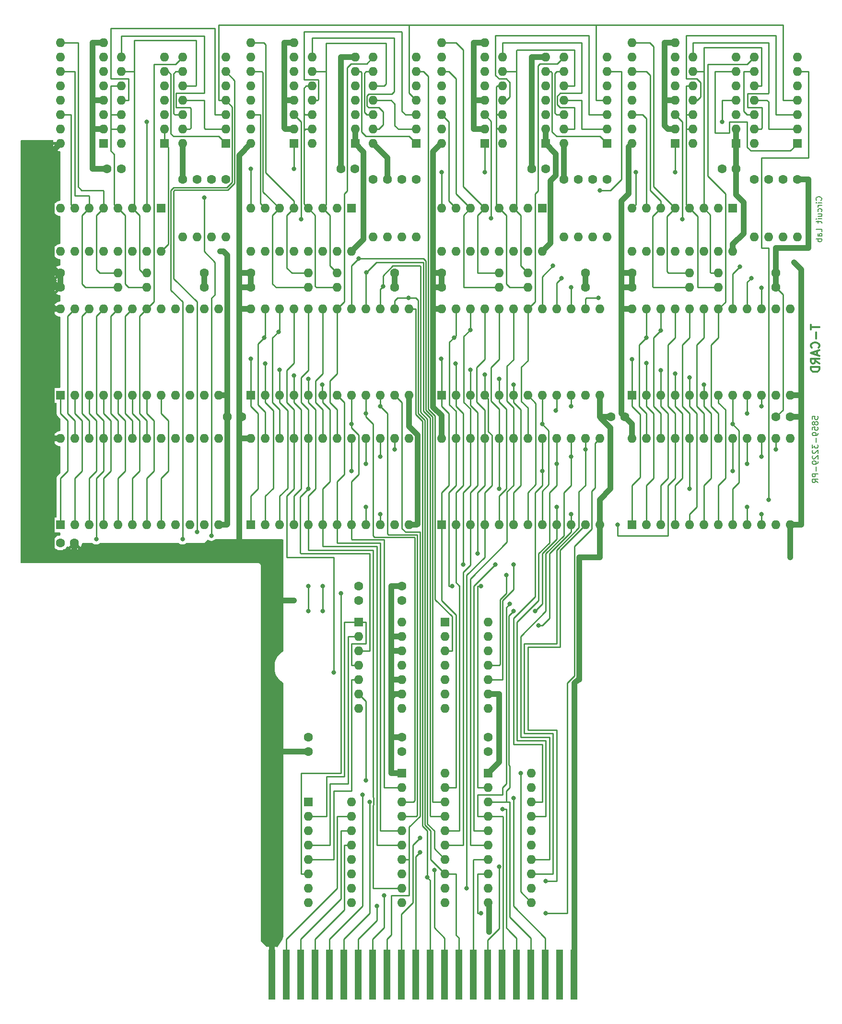
<source format=gbl>
G04 #@! TF.GenerationSoftware,KiCad,Pcbnew,(6.0.0)*
G04 #@! TF.CreationDate,2022-08-18T21:38:13-04:00*
G04 #@! TF.ProjectId,intellivision t-card replic,696e7465-6c6c-4697-9669-73696f6e2074,rev?*
G04 #@! TF.SameCoordinates,Original*
G04 #@! TF.FileFunction,Copper,L2,Bot*
G04 #@! TF.FilePolarity,Positive*
%FSLAX46Y46*%
G04 Gerber Fmt 4.6, Leading zero omitted, Abs format (unit mm)*
G04 Created by KiCad (PCBNEW (6.0.0)) date 2022-08-18 21:38:13*
%MOMM*%
%LPD*%
G01*
G04 APERTURE LIST*
%ADD10C,0.150000*%
G04 #@! TA.AperFunction,NonConductor*
%ADD11C,0.150000*%
G04 #@! TD*
%ADD12C,0.300000*%
G04 #@! TA.AperFunction,NonConductor*
%ADD13C,0.300000*%
G04 #@! TD*
G04 #@! TA.AperFunction,ComponentPad*
%ADD14C,1.600000*%
G04 #@! TD*
G04 #@! TA.AperFunction,ComponentPad*
%ADD15O,1.600000X1.600000*%
G04 #@! TD*
G04 #@! TA.AperFunction,ComponentPad*
%ADD16R,1.600000X1.600000*%
G04 #@! TD*
G04 #@! TA.AperFunction,ConnectorPad*
%ADD17R,1.270000X8.840000*%
G04 #@! TD*
G04 #@! TA.AperFunction,ViaPad*
%ADD18C,0.800000*%
G04 #@! TD*
G04 #@! TA.AperFunction,Conductor*
%ADD19C,1.000000*%
G04 #@! TD*
G04 #@! TA.AperFunction,Conductor*
%ADD20C,0.250000*%
G04 #@! TD*
G04 APERTURE END LIST*
D10*
D11*
X186777380Y-89916666D02*
X186777380Y-89440476D01*
X187253571Y-89392857D01*
X187205952Y-89440476D01*
X187158333Y-89535714D01*
X187158333Y-89773809D01*
X187205952Y-89869047D01*
X187253571Y-89916666D01*
X187348809Y-89964285D01*
X187586904Y-89964285D01*
X187682142Y-89916666D01*
X187729761Y-89869047D01*
X187777380Y-89773809D01*
X187777380Y-89535714D01*
X187729761Y-89440476D01*
X187682142Y-89392857D01*
X187205952Y-90535714D02*
X187158333Y-90440476D01*
X187110714Y-90392857D01*
X187015476Y-90345238D01*
X186967857Y-90345238D01*
X186872619Y-90392857D01*
X186825000Y-90440476D01*
X186777380Y-90535714D01*
X186777380Y-90726190D01*
X186825000Y-90821428D01*
X186872619Y-90869047D01*
X186967857Y-90916666D01*
X187015476Y-90916666D01*
X187110714Y-90869047D01*
X187158333Y-90821428D01*
X187205952Y-90726190D01*
X187205952Y-90535714D01*
X187253571Y-90440476D01*
X187301190Y-90392857D01*
X187396428Y-90345238D01*
X187586904Y-90345238D01*
X187682142Y-90392857D01*
X187729761Y-90440476D01*
X187777380Y-90535714D01*
X187777380Y-90726190D01*
X187729761Y-90821428D01*
X187682142Y-90869047D01*
X187586904Y-90916666D01*
X187396428Y-90916666D01*
X187301190Y-90869047D01*
X187253571Y-90821428D01*
X187205952Y-90726190D01*
X186777380Y-91821428D02*
X186777380Y-91345238D01*
X187253571Y-91297619D01*
X187205952Y-91345238D01*
X187158333Y-91440476D01*
X187158333Y-91678571D01*
X187205952Y-91773809D01*
X187253571Y-91821428D01*
X187348809Y-91869047D01*
X187586904Y-91869047D01*
X187682142Y-91821428D01*
X187729761Y-91773809D01*
X187777380Y-91678571D01*
X187777380Y-91440476D01*
X187729761Y-91345238D01*
X187682142Y-91297619D01*
X187777380Y-92345238D02*
X187777380Y-92535714D01*
X187729761Y-92630952D01*
X187682142Y-92678571D01*
X187539285Y-92773809D01*
X187348809Y-92821428D01*
X186967857Y-92821428D01*
X186872619Y-92773809D01*
X186825000Y-92726190D01*
X186777380Y-92630952D01*
X186777380Y-92440476D01*
X186825000Y-92345238D01*
X186872619Y-92297619D01*
X186967857Y-92250000D01*
X187205952Y-92250000D01*
X187301190Y-92297619D01*
X187348809Y-92345238D01*
X187396428Y-92440476D01*
X187396428Y-92630952D01*
X187348809Y-92726190D01*
X187301190Y-92773809D01*
X187205952Y-92821428D01*
X187396428Y-93250000D02*
X187396428Y-94011904D01*
X186777380Y-94392857D02*
X186777380Y-95011904D01*
X187158333Y-94678571D01*
X187158333Y-94821428D01*
X187205952Y-94916666D01*
X187253571Y-94964285D01*
X187348809Y-95011904D01*
X187586904Y-95011904D01*
X187682142Y-94964285D01*
X187729761Y-94916666D01*
X187777380Y-94821428D01*
X187777380Y-94535714D01*
X187729761Y-94440476D01*
X187682142Y-94392857D01*
X186872619Y-95392857D02*
X186825000Y-95440476D01*
X186777380Y-95535714D01*
X186777380Y-95773809D01*
X186825000Y-95869047D01*
X186872619Y-95916666D01*
X186967857Y-95964285D01*
X187063095Y-95964285D01*
X187205952Y-95916666D01*
X187777380Y-95345238D01*
X187777380Y-95964285D01*
X186872619Y-96345238D02*
X186825000Y-96392857D01*
X186777380Y-96488095D01*
X186777380Y-96726190D01*
X186825000Y-96821428D01*
X186872619Y-96869047D01*
X186967857Y-96916666D01*
X187063095Y-96916666D01*
X187205952Y-96869047D01*
X187777380Y-96297619D01*
X187777380Y-96916666D01*
X187777380Y-97392857D02*
X187777380Y-97583333D01*
X187729761Y-97678571D01*
X187682142Y-97726190D01*
X187539285Y-97821428D01*
X187348809Y-97869047D01*
X186967857Y-97869047D01*
X186872619Y-97821428D01*
X186825000Y-97773809D01*
X186777380Y-97678571D01*
X186777380Y-97488095D01*
X186825000Y-97392857D01*
X186872619Y-97345238D01*
X186967857Y-97297619D01*
X187205952Y-97297619D01*
X187301190Y-97345238D01*
X187348809Y-97392857D01*
X187396428Y-97488095D01*
X187396428Y-97678571D01*
X187348809Y-97773809D01*
X187301190Y-97821428D01*
X187205952Y-97869047D01*
X187396428Y-98297619D02*
X187396428Y-99059523D01*
X187777380Y-99535714D02*
X186777380Y-99535714D01*
X186777380Y-99916666D01*
X186825000Y-100011904D01*
X186872619Y-100059523D01*
X186967857Y-100107142D01*
X187110714Y-100107142D01*
X187205952Y-100059523D01*
X187253571Y-100011904D01*
X187301190Y-99916666D01*
X187301190Y-99535714D01*
X187777380Y-101107142D02*
X187301190Y-100773809D01*
X187777380Y-100535714D02*
X186777380Y-100535714D01*
X186777380Y-100916666D01*
X186825000Y-101011904D01*
X186872619Y-101059523D01*
X186967857Y-101107142D01*
X187110714Y-101107142D01*
X187205952Y-101059523D01*
X187253571Y-101011904D01*
X187301190Y-100916666D01*
X187301190Y-100535714D01*
D12*
D13*
X186503571Y-73220000D02*
X186503571Y-74077142D01*
X188003571Y-73648571D02*
X186503571Y-73648571D01*
X187432142Y-74577142D02*
X187432142Y-75720000D01*
X187860714Y-77291428D02*
X187932142Y-77220000D01*
X188003571Y-77005714D01*
X188003571Y-76862857D01*
X187932142Y-76648571D01*
X187789285Y-76505714D01*
X187646428Y-76434285D01*
X187360714Y-76362857D01*
X187146428Y-76362857D01*
X186860714Y-76434285D01*
X186717857Y-76505714D01*
X186575000Y-76648571D01*
X186503571Y-76862857D01*
X186503571Y-77005714D01*
X186575000Y-77220000D01*
X186646428Y-77291428D01*
X187575000Y-77862857D02*
X187575000Y-78577142D01*
X188003571Y-77720000D02*
X186503571Y-78220000D01*
X188003571Y-78720000D01*
X188003571Y-80077142D02*
X187289285Y-79577142D01*
X188003571Y-79220000D02*
X186503571Y-79220000D01*
X186503571Y-79791428D01*
X186575000Y-79934285D01*
X186646428Y-80005714D01*
X186789285Y-80077142D01*
X187003571Y-80077142D01*
X187146428Y-80005714D01*
X187217857Y-79934285D01*
X187289285Y-79791428D01*
X187289285Y-79220000D01*
X188003571Y-80720000D02*
X186503571Y-80720000D01*
X186503571Y-81077142D01*
X186575000Y-81291428D01*
X186717857Y-81434285D01*
X186860714Y-81505714D01*
X187146428Y-81577142D01*
X187360714Y-81577142D01*
X187646428Y-81505714D01*
X187789285Y-81434285D01*
X187932142Y-81291428D01*
X188003571Y-81077142D01*
X188003571Y-80720000D01*
D10*
D11*
X188317142Y-51276666D02*
X188364761Y-51229047D01*
X188412380Y-51086190D01*
X188412380Y-50990952D01*
X188364761Y-50848095D01*
X188269523Y-50752857D01*
X188174285Y-50705238D01*
X187983809Y-50657619D01*
X187840952Y-50657619D01*
X187650476Y-50705238D01*
X187555238Y-50752857D01*
X187460000Y-50848095D01*
X187412380Y-50990952D01*
X187412380Y-51086190D01*
X187460000Y-51229047D01*
X187507619Y-51276666D01*
X188412380Y-51705238D02*
X187745714Y-51705238D01*
X187412380Y-51705238D02*
X187460000Y-51657619D01*
X187507619Y-51705238D01*
X187460000Y-51752857D01*
X187412380Y-51705238D01*
X187507619Y-51705238D01*
X188412380Y-52181428D02*
X187745714Y-52181428D01*
X187936190Y-52181428D02*
X187840952Y-52229047D01*
X187793333Y-52276666D01*
X187745714Y-52371904D01*
X187745714Y-52467142D01*
X188364761Y-53229047D02*
X188412380Y-53133809D01*
X188412380Y-52943333D01*
X188364761Y-52848095D01*
X188317142Y-52800476D01*
X188221904Y-52752857D01*
X187936190Y-52752857D01*
X187840952Y-52800476D01*
X187793333Y-52848095D01*
X187745714Y-52943333D01*
X187745714Y-53133809D01*
X187793333Y-53229047D01*
X187745714Y-54086190D02*
X188412380Y-54086190D01*
X187745714Y-53657619D02*
X188269523Y-53657619D01*
X188364761Y-53705238D01*
X188412380Y-53800476D01*
X188412380Y-53943333D01*
X188364761Y-54038571D01*
X188317142Y-54086190D01*
X188412380Y-54562380D02*
X187745714Y-54562380D01*
X187412380Y-54562380D02*
X187460000Y-54514761D01*
X187507619Y-54562380D01*
X187460000Y-54610000D01*
X187412380Y-54562380D01*
X187507619Y-54562380D01*
X187745714Y-54895714D02*
X187745714Y-55276666D01*
X187412380Y-55038571D02*
X188269523Y-55038571D01*
X188364761Y-55086190D01*
X188412380Y-55181428D01*
X188412380Y-55276666D01*
X188412380Y-56848095D02*
X188412380Y-56371904D01*
X187412380Y-56371904D01*
X188412380Y-57610000D02*
X187888571Y-57610000D01*
X187793333Y-57562380D01*
X187745714Y-57467142D01*
X187745714Y-57276666D01*
X187793333Y-57181428D01*
X188364761Y-57610000D02*
X188412380Y-57514761D01*
X188412380Y-57276666D01*
X188364761Y-57181428D01*
X188269523Y-57133809D01*
X188174285Y-57133809D01*
X188079047Y-57181428D01*
X188031428Y-57276666D01*
X188031428Y-57514761D01*
X187983809Y-57610000D01*
X188412380Y-58086190D02*
X187412380Y-58086190D01*
X187793333Y-58086190D02*
X187745714Y-58181428D01*
X187745714Y-58371904D01*
X187793333Y-58467142D01*
X187840952Y-58514761D01*
X187936190Y-58562380D01*
X188221904Y-58562380D01*
X188317142Y-58514761D01*
X188364761Y-58467142D01*
X188412380Y-58371904D01*
X188412380Y-58181428D01*
X188364761Y-58086190D01*
D14*
X154940000Y-66675000D03*
D15*
X165100000Y-66675000D03*
D14*
X184150000Y-47625000D03*
D15*
X184150000Y-57785000D03*
D14*
X181610000Y-47625000D03*
D15*
X181610000Y-57785000D03*
D16*
X53975000Y-85725000D03*
D15*
X56515000Y-85725000D03*
X59055000Y-85725000D03*
X61595000Y-85725000D03*
X64135000Y-85725000D03*
X66675000Y-85725000D03*
X69215000Y-85725000D03*
X71755000Y-85725000D03*
X74295000Y-85725000D03*
X76835000Y-85725000D03*
X79375000Y-85725000D03*
X81915000Y-85725000D03*
X81915000Y-70485000D03*
X79375000Y-70485000D03*
X76835000Y-70485000D03*
X74295000Y-70485000D03*
X71755000Y-70485000D03*
X69215000Y-70485000D03*
X66675000Y-70485000D03*
X64135000Y-70485000D03*
X61595000Y-70485000D03*
X59055000Y-70485000D03*
X56515000Y-70485000D03*
X53975000Y-70485000D03*
D14*
X113030000Y-66675000D03*
D15*
X102870000Y-66675000D03*
D16*
X116840000Y-41275000D03*
D15*
X116840000Y-38735000D03*
X116840000Y-36195000D03*
X116840000Y-33655000D03*
X116840000Y-31115000D03*
X116840000Y-28575000D03*
X116840000Y-26035000D03*
X109220000Y-26035000D03*
X109220000Y-28575000D03*
X109220000Y-31115000D03*
X109220000Y-33655000D03*
X109220000Y-36195000D03*
X109220000Y-38735000D03*
X109220000Y-41275000D03*
D16*
X121920000Y-125730000D03*
D15*
X121920000Y-128270000D03*
X121920000Y-130810000D03*
X121920000Y-133350000D03*
X121920000Y-135890000D03*
X121920000Y-138430000D03*
X121920000Y-140970000D03*
X129540000Y-140970000D03*
X129540000Y-138430000D03*
X129540000Y-135890000D03*
X129540000Y-133350000D03*
X129540000Y-130810000D03*
X129540000Y-128270000D03*
X129540000Y-125730000D03*
D16*
X139700000Y-41275000D03*
D15*
X139700000Y-38735000D03*
X139700000Y-36195000D03*
X139700000Y-33655000D03*
X139700000Y-31115000D03*
X139700000Y-28575000D03*
X139700000Y-26035000D03*
X132080000Y-26035000D03*
X132080000Y-28575000D03*
X132080000Y-31115000D03*
X132080000Y-33655000D03*
X132080000Y-36195000D03*
X132080000Y-38735000D03*
X132080000Y-41275000D03*
D14*
X80645000Y-47625000D03*
D15*
X80645000Y-57785000D03*
D14*
X83185000Y-47625000D03*
D15*
X83185000Y-57785000D03*
D14*
X170815000Y-45720000D03*
X173315000Y-45720000D03*
X53975000Y-66675000D03*
D15*
X64135000Y-66675000D03*
D14*
X87630000Y-66675000D03*
D15*
X97790000Y-66675000D03*
D16*
X154940000Y-108585000D03*
D15*
X157480000Y-108585000D03*
X160020000Y-108585000D03*
X162560000Y-108585000D03*
X165100000Y-108585000D03*
X167640000Y-108585000D03*
X170180000Y-108585000D03*
X172720000Y-108585000D03*
X175260000Y-108585000D03*
X177800000Y-108585000D03*
X180340000Y-108585000D03*
X182880000Y-108585000D03*
X182880000Y-93345000D03*
X180340000Y-93345000D03*
X177800000Y-93345000D03*
X175260000Y-93345000D03*
X172720000Y-93345000D03*
X170180000Y-93345000D03*
X167640000Y-93345000D03*
X165100000Y-93345000D03*
X162560000Y-93345000D03*
X160020000Y-93345000D03*
X157480000Y-93345000D03*
X154940000Y-93345000D03*
D16*
X71755000Y-52705000D03*
D15*
X69215000Y-52705000D03*
X66675000Y-52705000D03*
X64135000Y-52705000D03*
X61595000Y-52705000D03*
X59055000Y-52705000D03*
X56515000Y-52705000D03*
X53975000Y-52705000D03*
X53975000Y-60325000D03*
X56515000Y-60325000D03*
X59055000Y-60325000D03*
X61595000Y-60325000D03*
X64135000Y-60325000D03*
X66675000Y-60325000D03*
X69215000Y-60325000D03*
X71755000Y-60325000D03*
D14*
X114300000Y-47625000D03*
D15*
X114300000Y-57785000D03*
D14*
X129540000Y-148590000D03*
X129540000Y-146090000D03*
D16*
X162550000Y-41232500D03*
D15*
X162550000Y-38692500D03*
X162550000Y-36152500D03*
X162550000Y-33612500D03*
X162550000Y-31072500D03*
X162550000Y-28532500D03*
X162550000Y-25992500D03*
X162550000Y-23452500D03*
X154930000Y-23452500D03*
X154930000Y-25992500D03*
X154930000Y-28532500D03*
X154930000Y-31072500D03*
X154930000Y-33612500D03*
X154930000Y-36152500D03*
X154930000Y-38692500D03*
X154930000Y-41232500D03*
D16*
X106045000Y-41275000D03*
D15*
X106045000Y-38735000D03*
X106045000Y-36195000D03*
X106045000Y-33655000D03*
X106045000Y-31115000D03*
X106045000Y-28575000D03*
X106045000Y-26035000D03*
X98425000Y-26035000D03*
X98425000Y-28575000D03*
X98425000Y-31115000D03*
X98425000Y-33655000D03*
X98425000Y-36195000D03*
X98425000Y-38735000D03*
X98425000Y-41275000D03*
D16*
X53975000Y-108585000D03*
D15*
X56515000Y-108585000D03*
X59055000Y-108585000D03*
X61595000Y-108585000D03*
X64135000Y-108585000D03*
X66675000Y-108585000D03*
X69215000Y-108585000D03*
X71755000Y-108585000D03*
X74295000Y-108585000D03*
X76835000Y-108585000D03*
X79375000Y-108585000D03*
X81915000Y-108585000D03*
X81915000Y-93345000D03*
X79375000Y-93345000D03*
X76835000Y-93345000D03*
X74295000Y-93345000D03*
X71755000Y-93345000D03*
X69215000Y-93345000D03*
X66675000Y-93345000D03*
X64135000Y-93345000D03*
X61595000Y-93345000D03*
X59055000Y-93345000D03*
X56515000Y-93345000D03*
X53975000Y-93345000D03*
D14*
X87630000Y-64135000D03*
D15*
X97790000Y-64135000D03*
D16*
X72390000Y-41275000D03*
D15*
X72390000Y-38735000D03*
X72390000Y-36195000D03*
X72390000Y-33655000D03*
X72390000Y-31115000D03*
X72390000Y-28575000D03*
X72390000Y-26035000D03*
X64770000Y-26035000D03*
X64770000Y-28575000D03*
X64770000Y-31115000D03*
X64770000Y-33655000D03*
X64770000Y-36195000D03*
X64770000Y-38735000D03*
X64770000Y-41275000D03*
D14*
X79375000Y-66675000D03*
D15*
X69215000Y-66675000D03*
D14*
X86000000Y-89535000D03*
X83500000Y-89535000D03*
X153670000Y-89535000D03*
X151170000Y-89535000D03*
X116840000Y-47625000D03*
D15*
X116840000Y-57785000D03*
D14*
X180340000Y-64135000D03*
D15*
X170180000Y-64135000D03*
D14*
X180340000Y-66675000D03*
D15*
X170180000Y-66675000D03*
D14*
X142875000Y-47625000D03*
D15*
X142875000Y-57785000D03*
D14*
X121285000Y-66675000D03*
D15*
X131445000Y-66675000D03*
D14*
X109220000Y-47625000D03*
D15*
X109220000Y-57785000D03*
D16*
X87630000Y-85725000D03*
D15*
X90170000Y-85725000D03*
X92710000Y-85725000D03*
X95250000Y-85725000D03*
X97790000Y-85725000D03*
X100330000Y-85725000D03*
X102870000Y-85725000D03*
X105410000Y-85725000D03*
X107950000Y-85725000D03*
X110490000Y-85725000D03*
X113030000Y-85725000D03*
X115570000Y-85725000D03*
X115570000Y-70485000D03*
X113030000Y-70485000D03*
X110490000Y-70485000D03*
X107950000Y-70485000D03*
X105410000Y-70485000D03*
X102870000Y-70485000D03*
X100330000Y-70485000D03*
X97790000Y-70485000D03*
X95250000Y-70485000D03*
X92710000Y-70485000D03*
X90170000Y-70485000D03*
X87630000Y-70485000D03*
D16*
X154945000Y-85725000D03*
D15*
X157485000Y-85725000D03*
X160025000Y-85725000D03*
X162565000Y-85725000D03*
X165105000Y-85725000D03*
X167645000Y-85725000D03*
X170185000Y-85725000D03*
X172725000Y-85725000D03*
X175265000Y-85725000D03*
X177805000Y-85725000D03*
X180345000Y-85725000D03*
X182885000Y-85725000D03*
X182885000Y-70485000D03*
X180345000Y-70485000D03*
X177805000Y-70485000D03*
X175265000Y-70485000D03*
X172725000Y-70485000D03*
X170185000Y-70485000D03*
X167645000Y-70485000D03*
X165105000Y-70485000D03*
X162565000Y-70485000D03*
X160025000Y-70485000D03*
X157485000Y-70485000D03*
X154945000Y-70485000D03*
D14*
X145415000Y-47625000D03*
D15*
X145415000Y-57785000D03*
D14*
X97790000Y-148590000D03*
X97790000Y-146090000D03*
D16*
X97790000Y-157480000D03*
D15*
X97790000Y-160020000D03*
X97790000Y-162560000D03*
X97790000Y-165100000D03*
X97790000Y-167640000D03*
X97790000Y-170180000D03*
X97790000Y-172720000D03*
X97790000Y-175260000D03*
X105410000Y-175260000D03*
X105410000Y-172720000D03*
X105410000Y-170180000D03*
X105410000Y-167640000D03*
X105410000Y-165100000D03*
X105410000Y-162560000D03*
X105410000Y-160020000D03*
X105410000Y-157480000D03*
D16*
X172720000Y-52705000D03*
D15*
X170180000Y-52705000D03*
X167640000Y-52705000D03*
X165100000Y-52705000D03*
X162560000Y-52705000D03*
X160020000Y-52705000D03*
X157480000Y-52705000D03*
X154940000Y-52705000D03*
X154940000Y-60325000D03*
X157480000Y-60325000D03*
X160020000Y-60325000D03*
X162560000Y-60325000D03*
X165100000Y-60325000D03*
X167640000Y-60325000D03*
X170180000Y-60325000D03*
X172720000Y-60325000D03*
D14*
X106680000Y-121920000D03*
X106680000Y-119420000D03*
X139700000Y-45720000D03*
X137200000Y-45720000D03*
D16*
X114300000Y-152400000D03*
D15*
X114300000Y-154940000D03*
X114300000Y-157480000D03*
X114300000Y-160020000D03*
X114300000Y-162560000D03*
X114300000Y-165100000D03*
X114300000Y-167640000D03*
X114300000Y-170180000D03*
X114300000Y-172720000D03*
X114300000Y-175260000D03*
X121920000Y-175260000D03*
X121920000Y-172720000D03*
X121920000Y-170180000D03*
X121920000Y-167640000D03*
X121920000Y-165100000D03*
X121920000Y-162560000D03*
X121920000Y-160020000D03*
X121920000Y-157480000D03*
X121920000Y-154940000D03*
X121920000Y-152400000D03*
D16*
X128905000Y-41275000D03*
D15*
X128905000Y-38735000D03*
X128905000Y-36195000D03*
X128905000Y-33655000D03*
X128905000Y-31115000D03*
X128905000Y-28575000D03*
X128905000Y-26035000D03*
X128905000Y-23495000D03*
X121285000Y-23495000D03*
X121285000Y-26035000D03*
X121285000Y-28575000D03*
X121285000Y-31115000D03*
X121285000Y-33655000D03*
X121285000Y-36195000D03*
X121285000Y-38735000D03*
X121285000Y-41275000D03*
D14*
X176530000Y-47582500D03*
D15*
X176530000Y-57742500D03*
D16*
X129540000Y-152400000D03*
D15*
X129540000Y-154940000D03*
X129540000Y-157480000D03*
X129540000Y-160020000D03*
X129540000Y-162560000D03*
X129540000Y-165100000D03*
X129540000Y-167640000D03*
X129540000Y-170180000D03*
X129540000Y-172720000D03*
X129540000Y-175260000D03*
X137160000Y-175260000D03*
X137160000Y-172720000D03*
X137160000Y-170180000D03*
X137160000Y-167640000D03*
X137160000Y-165100000D03*
X137160000Y-162560000D03*
X137160000Y-160020000D03*
X137160000Y-157480000D03*
X137160000Y-154940000D03*
X137160000Y-152400000D03*
D14*
X146685000Y-64135000D03*
D15*
X136525000Y-64135000D03*
D16*
X184140000Y-41237500D03*
D15*
X184140000Y-38697500D03*
X184140000Y-36157500D03*
X184140000Y-33617500D03*
X184140000Y-31077500D03*
X184140000Y-28537500D03*
X184140000Y-25997500D03*
X176520000Y-25997500D03*
X176520000Y-28537500D03*
X176520000Y-31077500D03*
X176520000Y-33617500D03*
X176520000Y-36157500D03*
X176520000Y-38697500D03*
X176520000Y-41237500D03*
D16*
X121285000Y-85725000D03*
D15*
X123825000Y-85725000D03*
X126365000Y-85725000D03*
X128905000Y-85725000D03*
X131445000Y-85725000D03*
X133985000Y-85725000D03*
X136525000Y-85725000D03*
X139065000Y-85725000D03*
X141605000Y-85725000D03*
X144145000Y-85725000D03*
X146685000Y-85725000D03*
X149225000Y-85725000D03*
X149225000Y-70485000D03*
X146685000Y-70485000D03*
X144145000Y-70485000D03*
X141605000Y-70485000D03*
X139065000Y-70485000D03*
X136525000Y-70485000D03*
X133985000Y-70485000D03*
X131445000Y-70485000D03*
X128905000Y-70485000D03*
X126365000Y-70485000D03*
X123825000Y-70485000D03*
X121285000Y-70485000D03*
D14*
X114300000Y-148590000D03*
X114300000Y-146090000D03*
D16*
X139065000Y-52705000D03*
D15*
X136525000Y-52705000D03*
X133985000Y-52705000D03*
X131445000Y-52705000D03*
X128905000Y-52705000D03*
X126365000Y-52705000D03*
X123825000Y-52705000D03*
X121285000Y-52705000D03*
X121285000Y-60325000D03*
X123825000Y-60325000D03*
X126365000Y-60325000D03*
X128905000Y-60325000D03*
X131445000Y-60325000D03*
X133985000Y-60325000D03*
X136525000Y-60325000D03*
X139065000Y-60325000D03*
D14*
X113030000Y-64135000D03*
D15*
X102870000Y-64135000D03*
D14*
X146685000Y-66675000D03*
D15*
X136525000Y-66675000D03*
D14*
X56475000Y-111760000D03*
X53975000Y-111760000D03*
D17*
X144665700Y-187960000D03*
X142125700Y-187960000D03*
X139585700Y-187960000D03*
X137045700Y-187960000D03*
X134505700Y-187960000D03*
X131965700Y-187960000D03*
X129425700Y-187960000D03*
X126885700Y-187960000D03*
X124345700Y-187960000D03*
X121805700Y-187960000D03*
X119265700Y-187960000D03*
X116725700Y-187960000D03*
X114185700Y-187960000D03*
X111645700Y-187960000D03*
X109105700Y-187960000D03*
X106565700Y-187960000D03*
X104025700Y-187960000D03*
X101485700Y-187960000D03*
X98945700Y-187960000D03*
X96405700Y-187960000D03*
X93865700Y-187960000D03*
X91325700Y-187960000D03*
D16*
X121285000Y-108585000D03*
D15*
X123825000Y-108585000D03*
X126365000Y-108585000D03*
X128905000Y-108585000D03*
X131445000Y-108585000D03*
X133985000Y-108585000D03*
X136525000Y-108585000D03*
X139065000Y-108585000D03*
X141605000Y-108585000D03*
X144145000Y-108585000D03*
X146685000Y-108585000D03*
X149225000Y-108585000D03*
X149225000Y-93345000D03*
X146685000Y-93345000D03*
X144145000Y-93345000D03*
X141605000Y-93345000D03*
X139065000Y-93345000D03*
X136525000Y-93345000D03*
X133985000Y-93345000D03*
X131445000Y-93345000D03*
X128905000Y-93345000D03*
X126365000Y-93345000D03*
X123825000Y-93345000D03*
X121285000Y-93345000D03*
D14*
X180360000Y-89535000D03*
X182860000Y-89535000D03*
D16*
X87630000Y-108585000D03*
D15*
X90170000Y-108585000D03*
X92710000Y-108585000D03*
X95250000Y-108585000D03*
X97790000Y-108585000D03*
X100330000Y-108585000D03*
X102870000Y-108585000D03*
X105410000Y-108585000D03*
X107950000Y-108585000D03*
X110490000Y-108585000D03*
X113030000Y-108585000D03*
X115570000Y-108585000D03*
X115570000Y-93345000D03*
X113030000Y-93345000D03*
X110490000Y-93345000D03*
X107950000Y-93345000D03*
X105410000Y-93345000D03*
X102870000Y-93345000D03*
X100330000Y-93345000D03*
X97790000Y-93345000D03*
X95250000Y-93345000D03*
X92710000Y-93345000D03*
X90170000Y-93345000D03*
X87630000Y-93345000D03*
D16*
X150495000Y-41275000D03*
D15*
X150495000Y-38735000D03*
X150495000Y-36195000D03*
X150495000Y-33655000D03*
X150495000Y-31115000D03*
X150495000Y-28575000D03*
X150495000Y-26035000D03*
X142875000Y-26035000D03*
X142875000Y-28575000D03*
X142875000Y-31115000D03*
X142875000Y-33655000D03*
X142875000Y-36195000D03*
X142875000Y-38735000D03*
X142875000Y-41275000D03*
D14*
X114300000Y-121920000D03*
X114300000Y-119420000D03*
X154940000Y-64135000D03*
D15*
X165100000Y-64135000D03*
D14*
X150495000Y-47625000D03*
D15*
X150495000Y-57785000D03*
D14*
X64750000Y-45720000D03*
X62250000Y-45720000D03*
X75565000Y-47625000D03*
D15*
X75565000Y-57785000D03*
D14*
X79375000Y-64135000D03*
D15*
X69215000Y-64135000D03*
D14*
X111760000Y-47625000D03*
D15*
X111760000Y-57785000D03*
D14*
X53975000Y-64135000D03*
D15*
X64135000Y-64135000D03*
D14*
X106025000Y-45720000D03*
X103525000Y-45720000D03*
D16*
X83185000Y-41275000D03*
D15*
X83185000Y-38735000D03*
X83185000Y-36195000D03*
X83185000Y-33655000D03*
X83185000Y-31115000D03*
X83185000Y-28575000D03*
X83185000Y-26035000D03*
X75565000Y-26035000D03*
X75565000Y-28575000D03*
X75565000Y-31115000D03*
X75565000Y-33655000D03*
X75565000Y-36195000D03*
X75565000Y-38735000D03*
X75565000Y-41275000D03*
D16*
X61595000Y-41275000D03*
D15*
X61595000Y-38735000D03*
X61595000Y-36195000D03*
X61595000Y-33655000D03*
X61595000Y-31115000D03*
X61595000Y-28575000D03*
X61595000Y-26035000D03*
X61595000Y-23495000D03*
X53975000Y-23495000D03*
X53975000Y-26035000D03*
X53975000Y-28575000D03*
X53975000Y-31115000D03*
X53975000Y-33655000D03*
X53975000Y-36195000D03*
X53975000Y-38735000D03*
X53975000Y-41275000D03*
D16*
X106680000Y-125730000D03*
D15*
X106680000Y-128270000D03*
X106680000Y-130810000D03*
X106680000Y-133350000D03*
X106680000Y-135890000D03*
X106680000Y-138430000D03*
X106680000Y-140970000D03*
X114300000Y-140970000D03*
X114300000Y-138430000D03*
X114300000Y-135890000D03*
X114300000Y-133350000D03*
X114300000Y-130810000D03*
X114300000Y-128270000D03*
X114300000Y-125730000D03*
D16*
X95250000Y-41275000D03*
D15*
X95250000Y-38735000D03*
X95250000Y-36195000D03*
X95250000Y-33655000D03*
X95250000Y-31115000D03*
X95250000Y-28575000D03*
X95250000Y-26035000D03*
X95250000Y-23495000D03*
X87630000Y-23495000D03*
X87630000Y-26035000D03*
X87630000Y-28575000D03*
X87630000Y-31115000D03*
X87630000Y-33655000D03*
X87630000Y-36195000D03*
X87630000Y-38735000D03*
X87630000Y-41275000D03*
D14*
X78105000Y-47625000D03*
D15*
X78105000Y-57785000D03*
D14*
X121285000Y-64135000D03*
D15*
X131445000Y-64135000D03*
D14*
X179070000Y-47625000D03*
D15*
X179070000Y-57785000D03*
D14*
X147955000Y-47625000D03*
D15*
X147955000Y-57785000D03*
D16*
X105410000Y-52705000D03*
D15*
X102870000Y-52705000D03*
X100330000Y-52705000D03*
X97790000Y-52705000D03*
X95250000Y-52705000D03*
X92710000Y-52705000D03*
X90170000Y-52705000D03*
X87630000Y-52705000D03*
X87630000Y-60325000D03*
X90170000Y-60325000D03*
X92710000Y-60325000D03*
X95250000Y-60325000D03*
X97790000Y-60325000D03*
X100330000Y-60325000D03*
X102870000Y-60325000D03*
X105410000Y-60325000D03*
D16*
X173335000Y-41237500D03*
D15*
X173335000Y-38697500D03*
X173335000Y-36157500D03*
X173335000Y-33617500D03*
X173335000Y-31077500D03*
X173335000Y-28537500D03*
X173335000Y-25997500D03*
X165715000Y-25997500D03*
X165715000Y-28537500D03*
X165715000Y-31077500D03*
X165715000Y-33617500D03*
X165715000Y-36157500D03*
X165715000Y-38697500D03*
X165715000Y-41237500D03*
D18*
X95250000Y-121920000D03*
X129654300Y-180454300D03*
X182880000Y-114300000D03*
X149225000Y-114300000D03*
X82175000Y-60325000D03*
X183515000Y-62230000D03*
X144780000Y-180340000D03*
X133985000Y-156845000D03*
X106680000Y-61595000D03*
X174000000Y-63000000D03*
X140970000Y-62865000D03*
X107950000Y-105410000D03*
X141605000Y-105410000D03*
X175260000Y-105410000D03*
X137795000Y-123825000D03*
X133985000Y-123825000D03*
X132080000Y-158750000D03*
X142500000Y-65000000D03*
X108000000Y-64000000D03*
X176000000Y-65000000D03*
X133350000Y-122555000D03*
X138430000Y-126365000D03*
X110490000Y-106680000D03*
X144145000Y-106680000D03*
X177800000Y-106680000D03*
X144145000Y-66675000D03*
X131445000Y-168910000D03*
X111000000Y-66500000D03*
X177805000Y-66695000D03*
X139700000Y-171450000D03*
X149000000Y-68500000D03*
X115500000Y-68500000D03*
X120015000Y-169545000D03*
X128270000Y-177165000D03*
X139700000Y-177165000D03*
X118745000Y-170815000D03*
X146685000Y-95250000D03*
X180340000Y-95250000D03*
X113030000Y-95250000D03*
X117475000Y-166370000D03*
X117475000Y-163830000D03*
X177800000Y-96520000D03*
X144145000Y-96520000D03*
X110490000Y-96520000D03*
X107950000Y-97790000D03*
X111125000Y-173990000D03*
X141605000Y-97790000D03*
X175260000Y-97790000D03*
X110490000Y-87630000D03*
X144150000Y-87625000D03*
X177805000Y-87625000D03*
X109855000Y-175895000D03*
X108585000Y-157480000D03*
X175265000Y-88895000D03*
X107950000Y-88900000D03*
X141459511Y-88410489D03*
X139065000Y-99060000D03*
X105410000Y-99060000D03*
X107315000Y-156210000D03*
X172720000Y-99060000D03*
X163830000Y-54610000D03*
X162560000Y-46355000D03*
X155575000Y-46355000D03*
X130029511Y-54470489D03*
X128905000Y-46355000D03*
X121285000Y-46355000D03*
X96520000Y-54610000D03*
X87630000Y-45720000D03*
X95250000Y-45720000D03*
X69215000Y-37465000D03*
X107950000Y-153670000D03*
X135255000Y-152400000D03*
X123190000Y-119380000D03*
X90000000Y-75500000D03*
X157480000Y-75565000D03*
X128270000Y-119380000D03*
X123500000Y-75500000D03*
X125095000Y-115570000D03*
X126365000Y-74135000D03*
X160020000Y-74295000D03*
X92500000Y-74500000D03*
X130810000Y-115570000D03*
X170815000Y-37465000D03*
X105410000Y-90805000D03*
X139065000Y-90805000D03*
X172720000Y-90805000D03*
X125730000Y-172720000D03*
X162560000Y-81915000D03*
X128939511Y-82060489D03*
X95250000Y-82200000D03*
X160020000Y-81280000D03*
X92710000Y-81240000D03*
X126385000Y-81240000D03*
X167640000Y-83820000D03*
X100255000Y-83820000D03*
X133980000Y-83820000D03*
X90175489Y-80099511D03*
X123750489Y-80099511D03*
X157480000Y-80010000D03*
X165100000Y-82550000D03*
X131465000Y-82785000D03*
X97790000Y-82785000D03*
X87630000Y-79270000D03*
X121230000Y-79270000D03*
X154940000Y-79375000D03*
X75565000Y-111125000D03*
X103505000Y-120650000D03*
X100330000Y-123825000D03*
X78105000Y-109855000D03*
X100330000Y-119380000D03*
X97790000Y-119380000D03*
X60325000Y-111125000D03*
X97790000Y-123825000D03*
X133985000Y-115570000D03*
X152400000Y-108585000D03*
X102235000Y-134620000D03*
X132715000Y-117475000D03*
X179070000Y-104140000D03*
X127635000Y-113665000D03*
X149225000Y-49530000D03*
X79375000Y-50800000D03*
X80645000Y-110490000D03*
X131445000Y-102235000D03*
X97790000Y-102235000D03*
X165100000Y-102235000D03*
D19*
X153035000Y-64135000D02*
X153035000Y-51435000D01*
X52775978Y-66675000D02*
X52475489Y-66975489D01*
X87630000Y-64135000D02*
X85635000Y-64135000D01*
X154940000Y-90805000D02*
X153670000Y-89535000D01*
X153035000Y-66675000D02*
X153035000Y-69850000D01*
X119785489Y-87785489D02*
X119785489Y-70714511D01*
X85583551Y-70626449D02*
X85583551Y-83583551D01*
X121285000Y-66675000D02*
X119825000Y-66675000D01*
X121285000Y-64135000D02*
X121285000Y-66675000D01*
D20*
X181610000Y-88285000D02*
X181610000Y-67945000D01*
D19*
X85635000Y-64135000D02*
X85583551Y-64083551D01*
X119785489Y-66714511D02*
X119785489Y-64285489D01*
X97790000Y-148590000D02*
X91440000Y-148590000D01*
X53975000Y-70485000D02*
X52985000Y-70485000D01*
X154940000Y-64135000D02*
X154940000Y-66675000D01*
X121285000Y-64135000D02*
X119935978Y-64135000D01*
X52475489Y-113475489D02*
X52583551Y-113583551D01*
D20*
X180360000Y-89535000D02*
X181610000Y-88285000D01*
D19*
X119785489Y-70714511D02*
X119785489Y-66714511D01*
X52475489Y-69975489D02*
X52475489Y-93475489D01*
X186055000Y-47625000D02*
X186055000Y-59690000D01*
X180340000Y-59690000D02*
X180340000Y-64135000D01*
X153035000Y-88900000D02*
X153670000Y-89535000D01*
D20*
X181610000Y-67945000D02*
X180340000Y-66675000D01*
D19*
X154940000Y-66675000D02*
X153035000Y-66675000D01*
X119785489Y-64285489D02*
X119785489Y-42714511D01*
X91440000Y-121920000D02*
X95250000Y-121920000D01*
X111760000Y-43815000D02*
X109220000Y-41275000D01*
X91325700Y-113616402D02*
X91325700Y-122034300D01*
X85583551Y-43321449D02*
X85583551Y-48000000D01*
X119785489Y-42714511D02*
X121225000Y-41275000D01*
X153035000Y-69850000D02*
X153035000Y-88900000D01*
X154305000Y-50165000D02*
X154305000Y-41857500D01*
X85845000Y-93345000D02*
X85583551Y-93083551D01*
X87630000Y-41275000D02*
X85583551Y-43321449D01*
X56475000Y-113475000D02*
X56583551Y-113583551D01*
X87630000Y-70485000D02*
X85725000Y-70485000D01*
X113030000Y-64135000D02*
X113030000Y-66675000D01*
X85008551Y-113583551D02*
X91358551Y-113583551D01*
X154940000Y-64135000D02*
X153035000Y-64135000D01*
X121285000Y-70485000D02*
X120015000Y-70485000D01*
X153035000Y-51435000D02*
X154305000Y-50165000D01*
X79375000Y-64135000D02*
X79375000Y-66675000D01*
X53975000Y-66675000D02*
X52775978Y-66675000D01*
X85583551Y-93083551D02*
X85583551Y-113583551D01*
X85583551Y-83583551D02*
X85583551Y-93083551D01*
X52475489Y-64024511D02*
X52475489Y-66975489D01*
X75565000Y-47625000D02*
X75565000Y-41275000D01*
X52583551Y-113583551D02*
X57916449Y-113583551D01*
X85008551Y-113583551D02*
X85583551Y-113583551D01*
X154940000Y-93345000D02*
X154940000Y-90805000D01*
X91440000Y-148590000D02*
X91325700Y-148704300D01*
X85583551Y-64083551D02*
X85583551Y-66916449D01*
X52475489Y-42774511D02*
X52475489Y-64024511D01*
X91325700Y-122034300D02*
X91325700Y-148704300D01*
X154305000Y-41857500D02*
X154930000Y-41232500D01*
X87630000Y-93345000D02*
X85845000Y-93345000D01*
X121285000Y-93345000D02*
X121285000Y-89285000D01*
X52475489Y-93475489D02*
X52475489Y-113475489D01*
X52475489Y-66975489D02*
X52475489Y-69975489D01*
X153035000Y-69850000D02*
X153035000Y-70485000D01*
X91325700Y-148704300D02*
X91325700Y-187960000D01*
X56475000Y-111760000D02*
X56475000Y-113475000D01*
X53975000Y-64135000D02*
X52585978Y-64135000D01*
X146685000Y-64135000D02*
X146685000Y-66675000D01*
X53975000Y-64135000D02*
X53975000Y-66675000D01*
X142875000Y-47625000D02*
X142875000Y-41275000D01*
X52985000Y-70485000D02*
X52475489Y-69975489D01*
X85825000Y-66675000D02*
X85583551Y-66916449D01*
X119825000Y-66675000D02*
X119785489Y-66714511D01*
X87630000Y-64135000D02*
X87630000Y-66675000D01*
X85583551Y-48000000D02*
X85583551Y-64083551D01*
X56583551Y-113583551D02*
X57916449Y-113583551D01*
X53975000Y-41275000D02*
X52475489Y-42774511D01*
X52605978Y-93345000D02*
X52475489Y-93475489D01*
X121225000Y-41275000D02*
X121285000Y-41275000D01*
X91358551Y-113583551D02*
X91325700Y-113616402D01*
X120015000Y-70485000D02*
X119785489Y-70714511D01*
X153035000Y-70485000D02*
X154945000Y-70485000D01*
X119935978Y-64135000D02*
X119785489Y-64285489D01*
X153035000Y-64135000D02*
X153035000Y-66675000D01*
X121285000Y-89285000D02*
X119785489Y-87785489D01*
X184150000Y-47582500D02*
X186012500Y-47582500D01*
X91325700Y-122034300D02*
X91440000Y-121920000D01*
X186012500Y-47582500D02*
X186055000Y-47625000D01*
X52585978Y-64135000D02*
X52475489Y-64024511D01*
X85725000Y-70485000D02*
X85583551Y-70626449D01*
X53975000Y-93345000D02*
X52605978Y-93345000D01*
X180340000Y-64135000D02*
X180340000Y-66675000D01*
X186055000Y-59690000D02*
X180340000Y-59690000D01*
X57916449Y-113583551D02*
X85008551Y-113583551D01*
X85583551Y-66916449D02*
X85583551Y-70626449D01*
X111760000Y-47625000D02*
X111760000Y-43815000D01*
X87630000Y-66675000D02*
X85825000Y-66675000D01*
X112395000Y-152400000D02*
X114300000Y-152400000D01*
X93500000Y-34000000D02*
X93500000Y-38500000D01*
X93845000Y-33655000D02*
X93500000Y-34000000D01*
X144780000Y-136525000D02*
X144780000Y-180340000D01*
X113030000Y-138430000D02*
X112395000Y-139065000D01*
X117069511Y-92723881D02*
X117069511Y-108430489D01*
X173315000Y-50300978D02*
X173315000Y-45720000D01*
X162550000Y-38692500D02*
X161247500Y-38692500D01*
X140564511Y-58825489D02*
X139065000Y-60325000D01*
X83415000Y-108585000D02*
X81915000Y-108585000D01*
X114300000Y-119420000D02*
X112435000Y-119420000D01*
X184785000Y-85725000D02*
X184785000Y-63500000D01*
X162550000Y-33612500D02*
X160697500Y-33612500D01*
X139700000Y-38735000D02*
X139700000Y-41275000D01*
X93500000Y-23500000D02*
X93500000Y-34000000D01*
X174625000Y-57150000D02*
X174625000Y-51610978D01*
X160655000Y-33655000D02*
X160655000Y-38100000D01*
X149542500Y-89852500D02*
X151130000Y-91440000D01*
X140564511Y-47814859D02*
X140564511Y-58825489D01*
X59690000Y-23495000D02*
X61595000Y-23495000D01*
X161247500Y-38692500D02*
X160655000Y-38100000D01*
X128905000Y-33655000D02*
X127000000Y-33655000D01*
X83500000Y-108500000D02*
X83415000Y-108585000D01*
X172720000Y-60325000D02*
X172720000Y-59055000D01*
X145604520Y-135890000D02*
X145415000Y-135890000D01*
X106045000Y-38735000D02*
X106045000Y-41275000D01*
X83500000Y-61000000D02*
X83500000Y-85500000D01*
X114300000Y-130810000D02*
X112395000Y-130810000D01*
X103545000Y-26035000D02*
X106045000Y-26035000D01*
X127000000Y-23495000D02*
X128905000Y-23495000D01*
X61595000Y-38735000D02*
X59690000Y-38735000D01*
X151130000Y-102235000D02*
X149225000Y-104140000D01*
X149225000Y-114300000D02*
X145604520Y-114300000D01*
X112435000Y-119420000D02*
X112395000Y-119460000D01*
X149225000Y-104140000D02*
X149225000Y-114300000D01*
X95250000Y-33655000D02*
X93845000Y-33655000D01*
X145415000Y-135890000D02*
X144780000Y-136525000D01*
X131445000Y-138430000D02*
X129540000Y-138430000D01*
X173335000Y-41237500D02*
X173335000Y-45700000D01*
X141497185Y-43072185D02*
X141497185Y-46882185D01*
X151130000Y-91440000D02*
X151130000Y-102235000D01*
X103525000Y-45720000D02*
X103525000Y-26055000D01*
X137200000Y-26075000D02*
X137200000Y-45720000D01*
X117069511Y-108430489D02*
X116915000Y-108585000D01*
X144780000Y-187845700D02*
X144665700Y-187960000D01*
X173335000Y-38697500D02*
X173335000Y-41237500D01*
X182880000Y-114300000D02*
X182880000Y-108585000D01*
X112395000Y-146050000D02*
X112395000Y-152400000D01*
X115570000Y-91224370D02*
X117069511Y-92723881D01*
X107524511Y-58210489D02*
X105410000Y-60325000D01*
X129654300Y-175374300D02*
X129540000Y-175260000D01*
X115570000Y-85725000D02*
X115570000Y-91224370D01*
X131445000Y-150495000D02*
X131445000Y-138430000D01*
X129540000Y-152400000D02*
X131445000Y-150495000D01*
X182880000Y-108585000D02*
X184785000Y-108585000D01*
X116915000Y-108585000D02*
X115570000Y-108585000D01*
X162550000Y-23452500D02*
X160697500Y-23452500D01*
X182860000Y-89535000D02*
X184785000Y-89535000D01*
X82825000Y-60325000D02*
X83500000Y-61000000D01*
X149225000Y-85725000D02*
X149225000Y-89535000D01*
X145604520Y-114300000D02*
X145604520Y-135890000D01*
X107524511Y-42754511D02*
X107524511Y-58210489D01*
X149860000Y-89535000D02*
X149542500Y-89852500D01*
X59690000Y-45720000D02*
X59690000Y-38735000D01*
X114300000Y-138430000D02*
X113030000Y-138430000D01*
X112395000Y-130810000D02*
X112395000Y-135890000D01*
X93735000Y-38735000D02*
X95250000Y-38735000D01*
X112435000Y-146090000D02*
X112395000Y-146050000D01*
X93505000Y-23495000D02*
X93500000Y-23500000D01*
X160697500Y-23452500D02*
X160655000Y-23495000D01*
X127000000Y-38735000D02*
X127000000Y-33655000D01*
X83500000Y-85500000D02*
X83500000Y-89535000D01*
X59690000Y-33655000D02*
X59690000Y-23495000D01*
D20*
X73050480Y-59029520D02*
X71755000Y-60325000D01*
D19*
X144780000Y-180340000D02*
X144780000Y-187845700D01*
X160655000Y-23495000D02*
X160655000Y-33655000D01*
X139700000Y-26035000D02*
X137240000Y-26035000D01*
X112395000Y-139065000D02*
X112395000Y-146050000D01*
X61595000Y-33655000D02*
X59690000Y-33655000D01*
X184785000Y-63500000D02*
X183515000Y-62230000D01*
X103525000Y-26055000D02*
X103545000Y-26035000D01*
X151170000Y-89535000D02*
X149860000Y-89535000D01*
D20*
X72390000Y-38735000D02*
X72390000Y-41275000D01*
D19*
X112395000Y-135890000D02*
X112395000Y-139065000D01*
X106045000Y-41275000D02*
X107524511Y-42754511D01*
X114300000Y-146090000D02*
X112435000Y-146090000D01*
X81915000Y-85725000D02*
X83275000Y-85725000D01*
X62250000Y-45720000D02*
X59690000Y-45720000D01*
X127000000Y-33655000D02*
X127000000Y-23495000D01*
X83500000Y-89535000D02*
X83500000Y-108500000D01*
X112395000Y-119460000D02*
X112395000Y-128270000D01*
X128905000Y-38735000D02*
X127000000Y-38735000D01*
X129654300Y-180454300D02*
X129654300Y-175374300D01*
X184785000Y-108585000D02*
X184785000Y-89535000D01*
X173335000Y-45700000D02*
X173315000Y-45720000D01*
X83275000Y-85725000D02*
X83500000Y-85500000D01*
D20*
X72390000Y-41275000D02*
X73050480Y-41935480D01*
D19*
X93500000Y-38500000D02*
X93735000Y-38735000D01*
X172720000Y-59055000D02*
X174625000Y-57150000D01*
X95250000Y-23495000D02*
X93505000Y-23495000D01*
X82175000Y-60325000D02*
X82825000Y-60325000D01*
X182885000Y-85725000D02*
X184785000Y-85725000D01*
D20*
X73050480Y-41935480D02*
X73050480Y-59029520D01*
D19*
X114300000Y-128270000D02*
X112395000Y-128270000D01*
X114300000Y-135890000D02*
X112395000Y-135890000D01*
X149225000Y-89535000D02*
X149542500Y-89852500D01*
X141497185Y-46882185D02*
X140564511Y-47814859D01*
X112395000Y-128270000D02*
X112395000Y-130810000D01*
X139700000Y-41275000D02*
X141497185Y-43072185D01*
X59690000Y-38735000D02*
X59690000Y-33655000D01*
X184785000Y-89535000D02*
X184785000Y-85725000D01*
X160697500Y-33612500D02*
X160655000Y-33655000D01*
X174625000Y-51610978D02*
X173315000Y-50300978D01*
X137240000Y-26035000D02*
X137200000Y-26075000D01*
D20*
X106680000Y-61595000D02*
X118110000Y-61595000D01*
X105410000Y-62865000D02*
X106680000Y-61595000D01*
X133985000Y-175895000D02*
X133985000Y-156845000D01*
X172725000Y-70485000D02*
X172725000Y-64275000D01*
X139585700Y-187960000D02*
X139585700Y-181495700D01*
X118511449Y-61996449D02*
X118511449Y-88313215D01*
X118511449Y-88313215D02*
X119710969Y-89512735D01*
X118110000Y-61595000D02*
X118511449Y-61996449D01*
X105410000Y-70485000D02*
X105410000Y-62865000D01*
X119710969Y-89512735D02*
X119710969Y-157480000D01*
X139065000Y-64770000D02*
X139065000Y-70485000D01*
X119710969Y-157480000D02*
X121920000Y-157480000D01*
X172725000Y-64275000D02*
X174000000Y-63000000D01*
X140970000Y-62865000D02*
X139065000Y-64770000D01*
X139585700Y-181495700D02*
X133985000Y-175895000D01*
X139065000Y-113662128D02*
X139065000Y-122555000D01*
X175260000Y-108585000D02*
X175260000Y-105410000D01*
X141605000Y-111122128D02*
X139065000Y-113662128D01*
X137045700Y-187960000D02*
X137045700Y-181495700D01*
X133350000Y-154940000D02*
X133350000Y-151130000D01*
X133350000Y-177800000D02*
X133350000Y-157480000D01*
X132715000Y-157480000D02*
X132715000Y-155575000D01*
X132715000Y-155575000D02*
X133350000Y-154940000D01*
X141605000Y-108585000D02*
X141605000Y-111122128D01*
X137045700Y-181495700D02*
X133350000Y-177800000D01*
X133164520Y-124645480D02*
X133985000Y-123825000D01*
X132715000Y-157480000D02*
X129540000Y-157480000D01*
X133164520Y-150944520D02*
X133164520Y-124645480D01*
X133350000Y-157480000D02*
X132715000Y-157480000D01*
X107950000Y-105410000D02*
X107950000Y-108585000D01*
X139065000Y-122555000D02*
X137795000Y-123825000D01*
X141605000Y-105410000D02*
X141605000Y-108585000D01*
X133350000Y-151130000D02*
X133164520Y-150944520D01*
X132715000Y-158750000D02*
X132715000Y-179705000D01*
X133350000Y-180340000D02*
X134505700Y-181495700D01*
X108000000Y-64000000D02*
X109770000Y-62230000D01*
X107950000Y-64050000D02*
X108000000Y-64000000D01*
X119380000Y-160020000D02*
X121920000Y-160020000D01*
X107950000Y-70485000D02*
X107950000Y-68450000D01*
X141605000Y-70485000D02*
X141605000Y-65895000D01*
X118061929Y-88499412D02*
X119261449Y-89698932D01*
X175265000Y-70485000D02*
X175265000Y-65735000D01*
X132715000Y-179705000D02*
X133350000Y-180340000D01*
X107950000Y-68450000D02*
X107950000Y-64050000D01*
X119261449Y-159901449D02*
X119380000Y-160020000D01*
X132080000Y-158750000D02*
X132715000Y-158750000D01*
X175265000Y-65735000D02*
X176000000Y-65000000D01*
X141605000Y-65895000D02*
X142500000Y-65000000D01*
X134505700Y-181495700D02*
X134505700Y-187960000D01*
X119261449Y-93861449D02*
X119261449Y-159901449D01*
X118061929Y-62230000D02*
X118061929Y-88499412D01*
X109770000Y-62230000D02*
X118061929Y-62230000D01*
X119261449Y-89698932D02*
X119261449Y-94615000D01*
X132169511Y-187756189D02*
X132169511Y-160109511D01*
X177800000Y-108585000D02*
X177800000Y-106680000D01*
X144145000Y-106680000D02*
X144145000Y-108585000D01*
X110490000Y-106680000D02*
X110490000Y-108585000D01*
X132715000Y-154305000D02*
X132715000Y-125730000D01*
X132169511Y-160109511D02*
X132080000Y-160020000D01*
X132080000Y-160020000D02*
X129540000Y-160020000D01*
X144145000Y-109853564D02*
X140333564Y-113665000D01*
X144145000Y-108585000D02*
X144145000Y-109853564D01*
X132080000Y-154940000D02*
X132715000Y-154305000D01*
X132080000Y-156210000D02*
X132080000Y-154940000D01*
X132715000Y-125730000D02*
X132715000Y-123190000D01*
X132715000Y-123190000D02*
X133350000Y-122555000D01*
X127635000Y-156210000D02*
X132080000Y-156210000D01*
X140333564Y-125093564D02*
X139062128Y-126365000D01*
X127635000Y-160020000D02*
X127635000Y-156210000D01*
X139062128Y-126365000D02*
X138430000Y-126365000D01*
X131965700Y-187960000D02*
X132169511Y-187756189D01*
X129540000Y-160020000D02*
X127635000Y-160020000D01*
X140333564Y-113665000D02*
X140333564Y-125093564D01*
X111000000Y-64574700D02*
X112709700Y-62865000D01*
X129425700Y-181848948D02*
X129425700Y-187960000D01*
X177805000Y-70485000D02*
X177805000Y-66695000D01*
X117612409Y-88685609D02*
X118811929Y-89885129D01*
X131445000Y-179829647D02*
X129425700Y-181848948D01*
X131445000Y-168910000D02*
X131445000Y-179829647D01*
X118811929Y-161356211D02*
X120015000Y-162559282D01*
X120015000Y-162559282D02*
X120015000Y-165735000D01*
X112709700Y-62865000D02*
X117475000Y-62865000D01*
X110490000Y-70485000D02*
X110490000Y-67010000D01*
X111000000Y-66500000D02*
X111000000Y-64574700D01*
X120015000Y-165735000D02*
X121920000Y-167640000D01*
X118811929Y-89885129D02*
X118811929Y-161356211D01*
X117612409Y-63002409D02*
X117612409Y-88685609D01*
X144145000Y-70485000D02*
X144145000Y-66675000D01*
X110490000Y-67010000D02*
X111000000Y-66500000D01*
X117475000Y-62865000D02*
X117612409Y-63002409D01*
X141605000Y-144780000D02*
X141605000Y-171450000D01*
X136525000Y-130175000D02*
X136525000Y-144780000D01*
X146685000Y-108585000D02*
X142240000Y-113030000D01*
X136525000Y-144780000D02*
X141605000Y-144780000D01*
X142240000Y-130175000D02*
X136525000Y-130175000D01*
X141605000Y-171450000D02*
X139700000Y-171450000D01*
X126885700Y-187960000D02*
X126885700Y-167754300D01*
X126885700Y-167754300D02*
X127000000Y-167640000D01*
X129540000Y-167640000D02*
X127000000Y-167640000D01*
X142240000Y-113030000D02*
X142240000Y-130175000D01*
X116760000Y-68500000D02*
X117162889Y-68902889D01*
X117162889Y-88871806D02*
X118362409Y-90071326D01*
X146870000Y-68500000D02*
X149000000Y-68500000D01*
X115500000Y-68500000D02*
X116760000Y-68500000D01*
X113560000Y-68500000D02*
X115500000Y-68500000D01*
X113030000Y-70485000D02*
X113030000Y-69030000D01*
X119380000Y-167640000D02*
X121920000Y-170180000D01*
X121920000Y-170180000D02*
X123825000Y-170180000D01*
X124345700Y-181495700D02*
X123825000Y-180975000D01*
X146685000Y-70485000D02*
X146685000Y-68685000D01*
X113030000Y-69030000D02*
X113560000Y-68500000D01*
X124345700Y-187960000D02*
X124345700Y-181495700D01*
X123825000Y-170180000D02*
X123825000Y-180975000D01*
X117162889Y-68902889D02*
X117162889Y-88871806D01*
X119380000Y-162560000D02*
X119380000Y-167640000D01*
X146685000Y-68685000D02*
X146870000Y-68500000D01*
X118362409Y-90071326D02*
X118362409Y-161542409D01*
X118362409Y-161542409D02*
X119380000Y-162560000D01*
X129540000Y-170180000D02*
X127635000Y-170180000D01*
X147809511Y-102636449D02*
X148400480Y-102045480D01*
X148400480Y-102045480D02*
X148400480Y-94169520D01*
X147809511Y-109341767D02*
X147809511Y-102636449D01*
X121805700Y-181495700D02*
X120015000Y-179705000D01*
X120015000Y-179705000D02*
X120015000Y-169545000D01*
X139700000Y-177165000D02*
X143510000Y-177165000D01*
X127635000Y-177165000D02*
X128270000Y-177165000D01*
X143510000Y-177165000D02*
X143510000Y-136525000D01*
X144780000Y-112371278D02*
X147809511Y-109341767D01*
X144780000Y-135255000D02*
X144780000Y-112371278D01*
X143510000Y-136525000D02*
X144780000Y-135255000D01*
X121805700Y-187960000D02*
X121805700Y-181495700D01*
X127635000Y-170180000D02*
X127635000Y-177165000D01*
X148400480Y-94169520D02*
X149225000Y-93345000D01*
X116713369Y-89058003D02*
X116713369Y-70496999D01*
X118745000Y-170815000D02*
X118745000Y-162560718D01*
X118745000Y-162560718D02*
X117912889Y-161728607D01*
X116713369Y-70496999D02*
X116701370Y-70485000D01*
X117912889Y-90257523D02*
X116713369Y-89058003D01*
X119265700Y-187960000D02*
X119265700Y-171335700D01*
X116701370Y-70485000D02*
X115570000Y-70485000D01*
X117912889Y-161728607D02*
X117912889Y-90257523D01*
X119265700Y-171335700D02*
X118745000Y-170815000D01*
X135890000Y-129540000D02*
X135890000Y-145415000D01*
X113030000Y-95250000D02*
X113030000Y-93345000D01*
X145560489Y-109073793D02*
X141605000Y-113029283D01*
X141605000Y-129540000D02*
X135890000Y-129540000D01*
X116725700Y-167119300D02*
X117475000Y-166370000D01*
X146685000Y-101600000D02*
X145560489Y-102724511D01*
X146685000Y-95250000D02*
X146685000Y-101600000D01*
X146685000Y-95250000D02*
X146685000Y-93345000D01*
X140970000Y-145415000D02*
X140970000Y-170180000D01*
X135890000Y-145415000D02*
X140970000Y-145415000D01*
X141605000Y-113029283D02*
X141605000Y-129540000D01*
X145560489Y-102724511D02*
X145560489Y-109073793D01*
X140970000Y-170180000D02*
X137160000Y-170180000D01*
X116725700Y-187960000D02*
X116725700Y-167119300D01*
X180340000Y-93345000D02*
X180340000Y-95250000D01*
X139700000Y-123825000D02*
X135255000Y-128270000D01*
X144145000Y-96520000D02*
X144145000Y-93345000D01*
X140335000Y-146050000D02*
X140335000Y-167640000D01*
X135255000Y-128270000D02*
X135255000Y-146050000D01*
X177800000Y-93345000D02*
X177800000Y-96520000D01*
X139700000Y-113662846D02*
X139700000Y-123825000D01*
X114185700Y-177279300D02*
X114185700Y-187960000D01*
X116205000Y-175260000D02*
X114185700Y-177279300D01*
X135255000Y-146050000D02*
X140335000Y-146050000D01*
X144145000Y-96520000D02*
X144145000Y-101600000D01*
X140335000Y-167640000D02*
X137160000Y-167640000D01*
X117475000Y-163830000D02*
X116205000Y-165100000D01*
X142875000Y-102870000D02*
X142875000Y-110487846D01*
X110490000Y-96520000D02*
X110490000Y-93345000D01*
X116205000Y-165100000D02*
X116205000Y-175260000D01*
X142875000Y-110487846D02*
X139700000Y-113662846D01*
X144145000Y-101600000D02*
X142875000Y-102870000D01*
X117463369Y-160008369D02*
X117463369Y-160032349D01*
X114300000Y-167640000D02*
X115570000Y-167640000D01*
X117463369Y-109855000D02*
X117463369Y-118098369D01*
X111645700Y-187960000D02*
X111645700Y-181724300D01*
X114300000Y-109220000D02*
X114935000Y-109855000D01*
X115570000Y-173990000D02*
X115570000Y-167640000D01*
X114935000Y-109855000D02*
X117463369Y-109855000D01*
X111645700Y-181724300D02*
X112395000Y-180975000D01*
X112395000Y-173990000D02*
X115570000Y-173990000D01*
X114300000Y-86995000D02*
X114300000Y-109220000D01*
X113030000Y-85725000D02*
X114300000Y-86995000D01*
X117463369Y-118098369D02*
X117463369Y-160008369D01*
X112395000Y-180975000D02*
X112395000Y-173990000D01*
X117463369Y-160032349D02*
X115570718Y-161925000D01*
X115570000Y-161925718D02*
X115570000Y-167640000D01*
X115570718Y-161925000D02*
X115570000Y-161925718D01*
X134620000Y-125730000D02*
X138430000Y-121920000D01*
X141605000Y-97790000D02*
X141605000Y-93345000D01*
X139700000Y-146685000D02*
X134620000Y-146685000D01*
X138430000Y-113661410D02*
X140335000Y-111756410D01*
X141605000Y-101600000D02*
X141605000Y-97790000D01*
X137160000Y-160020000D02*
X139700000Y-160020000D01*
X111125000Y-179705000D02*
X111125000Y-173990000D01*
X139700000Y-160020000D02*
X139700000Y-146685000D01*
X175260000Y-93345000D02*
X175260000Y-97790000D01*
X138430000Y-121920000D02*
X138430000Y-113661410D01*
X140335000Y-102870000D02*
X141605000Y-101600000D01*
X134620000Y-146685000D02*
X134620000Y-125730000D01*
X140335000Y-111756410D02*
X140335000Y-102870000D01*
X107950000Y-97790000D02*
X107950000Y-93345000D01*
X109105700Y-187960000D02*
X109105700Y-181724300D01*
X109105700Y-181724300D02*
X111125000Y-179705000D01*
X106565700Y-181724300D02*
X109855000Y-178435000D01*
X106565700Y-187960000D02*
X106565700Y-181724300D01*
X117013849Y-110304520D02*
X111945480Y-110304520D01*
X177805000Y-85725000D02*
X177805000Y-87625000D01*
X117013849Y-117648849D02*
X117013849Y-110304520D01*
X109855000Y-178435000D02*
X109855000Y-175895000D01*
X116840000Y-160020000D02*
X114300000Y-160020000D01*
X111760000Y-88900000D02*
X110490000Y-87630000D01*
X144145000Y-87620000D02*
X144150000Y-87625000D01*
X117013849Y-117648849D02*
X117013849Y-159846151D01*
X144145000Y-85725000D02*
X144145000Y-87620000D01*
X110490000Y-87630000D02*
X110490000Y-85725000D01*
X117013849Y-159846151D02*
X116840000Y-160020000D01*
X111945480Y-110304520D02*
X111760000Y-110119040D01*
X111760000Y-110119040D02*
X111760000Y-88900000D01*
X108585000Y-177165000D02*
X104025700Y-181724300D01*
X116469040Y-110754040D02*
X109484040Y-110754040D01*
X116564329Y-157204329D02*
X116564329Y-110849329D01*
X114300000Y-157480000D02*
X116288658Y-157480000D01*
X104025700Y-181724300D02*
X104025700Y-187960000D01*
X109220000Y-90805000D02*
X107950000Y-89535000D01*
X175265000Y-85725000D02*
X175265000Y-88895000D01*
X109220000Y-110490000D02*
X109220000Y-90805000D01*
X116564329Y-110849329D02*
X116469040Y-110754040D01*
X107950000Y-85725000D02*
X107950000Y-88900000D01*
X107950000Y-89535000D02*
X107950000Y-88900000D01*
X141459511Y-88410489D02*
X141605000Y-88265000D01*
X141605000Y-88265000D02*
X141605000Y-85725000D01*
X108585000Y-157480000D02*
X108585000Y-177165000D01*
X116288658Y-157480000D02*
X116564329Y-157204329D01*
X109484040Y-110754040D02*
X109220000Y-110490000D01*
X105410000Y-99060000D02*
X105410000Y-93345000D01*
X133985000Y-125095000D02*
X137795000Y-121285000D01*
X137160000Y-157480000D02*
X139065000Y-157480000D01*
X101485700Y-181724300D02*
X101485700Y-187960000D01*
X139065000Y-99060000D02*
X139065000Y-93345000D01*
X139065000Y-147320000D02*
X133985000Y-147320000D01*
X137795000Y-102870000D02*
X139065000Y-101600000D01*
X137795000Y-121285000D02*
X137795000Y-102870000D01*
X139065000Y-101600000D02*
X139065000Y-99060000D01*
X172720000Y-93345000D02*
X172720000Y-99060000D01*
X133985000Y-147320000D02*
X133985000Y-125095000D01*
X107315000Y-175895000D02*
X101485700Y-181724300D01*
X139065000Y-157480000D02*
X139065000Y-147320000D01*
X107315000Y-156210000D02*
X107315000Y-175895000D01*
X104140000Y-176530000D02*
X98945700Y-181724300D01*
X105410000Y-165100000D02*
X104140000Y-165100000D01*
X104140000Y-165100000D02*
X104140000Y-176530000D01*
X98945700Y-181724300D02*
X98945700Y-187960000D01*
X96405700Y-181724300D02*
X103505000Y-174625000D01*
X103505000Y-162560000D02*
X105410000Y-162560000D01*
X96405700Y-187960000D02*
X96405700Y-181724300D01*
X103505000Y-174625000D02*
X103505000Y-162560000D01*
X93865700Y-187960000D02*
X93865700Y-181724300D01*
X102870000Y-160020000D02*
X105410000Y-160020000D01*
X102870000Y-172720000D02*
X102870000Y-160020000D01*
X93865700Y-181724300D02*
X102870000Y-172720000D01*
X162550000Y-36152500D02*
X163830000Y-37432500D01*
X163830000Y-37432500D02*
X163830000Y-54610000D01*
X167640000Y-52705000D02*
X168764511Y-53829511D01*
X176520000Y-31077500D02*
X177762500Y-31077500D01*
X167640000Y-28500000D02*
X167640000Y-28575000D01*
X177800000Y-31040000D02*
X177800000Y-24335000D01*
X167640000Y-28575000D02*
X167640000Y-52705000D01*
X177762500Y-31077500D02*
X177800000Y-31040000D01*
X168905000Y-64135000D02*
X170180000Y-64135000D01*
X167640000Y-24335000D02*
X167640000Y-28500000D01*
X165715000Y-28537500D02*
X167602500Y-28537500D01*
X168764511Y-53829511D02*
X168764511Y-63994511D01*
X167640000Y-24335000D02*
X177800000Y-24335000D01*
X167602500Y-28537500D02*
X167640000Y-28575000D01*
X168764511Y-63994511D02*
X168905000Y-64135000D01*
X166515489Y-66645489D02*
X166545000Y-66675000D01*
X164502500Y-31077500D02*
X164465000Y-31115000D01*
X165715000Y-38697500D02*
X164502500Y-38697500D01*
X164465000Y-31115000D02*
X164465000Y-36195000D01*
X164502500Y-38697500D02*
X164465000Y-38735000D01*
X165715000Y-36157500D02*
X164502500Y-36157500D01*
X164465000Y-52070000D02*
X165100000Y-52705000D01*
X166545000Y-66675000D02*
X170180000Y-66675000D01*
X166515489Y-54120489D02*
X166515489Y-66645489D01*
X164465000Y-36195000D02*
X164465000Y-38735000D01*
X164502500Y-36157500D02*
X164465000Y-36195000D01*
X165100000Y-52705000D02*
X166515489Y-54120489D01*
X165715000Y-31077500D02*
X164502500Y-31077500D01*
X164465000Y-38735000D02*
X164465000Y-52070000D01*
X158750000Y-24130000D02*
X158750000Y-48895000D01*
X161144511Y-54120489D02*
X161144511Y-63885489D01*
X161394022Y-64135000D02*
X165100000Y-64135000D01*
X158072500Y-23452500D02*
X158750000Y-24130000D01*
X162560000Y-52705000D02*
X161144511Y-54120489D01*
X161144511Y-63885489D02*
X161394022Y-64135000D01*
X158750000Y-48895000D02*
X162560000Y-52705000D01*
X154930000Y-23452500D02*
X158072500Y-23452500D01*
X158604511Y-66559511D02*
X158720000Y-66675000D01*
X158604511Y-54120489D02*
X158604511Y-66559511D01*
X158115000Y-29210000D02*
X157437500Y-28532500D01*
X158720000Y-66675000D02*
X165100000Y-66675000D01*
X160020000Y-52705000D02*
X158604511Y-54120489D01*
X158115000Y-49530000D02*
X158115000Y-29210000D01*
X160020000Y-52705000D02*
X160020000Y-51435000D01*
X160020000Y-51435000D02*
X158115000Y-49530000D01*
X157437500Y-28532500D02*
X154930000Y-28532500D01*
X156802500Y-36152500D02*
X154930000Y-36152500D01*
X157480000Y-52705000D02*
X157480000Y-36830000D01*
X156802500Y-36152500D02*
X157480000Y-36830000D01*
X155575000Y-52070000D02*
X155575000Y-46355000D01*
X162550000Y-46345000D02*
X162560000Y-46355000D01*
X154940000Y-52705000D02*
X155575000Y-52070000D01*
X162550000Y-41232500D02*
X162550000Y-46345000D01*
X130029511Y-37319511D02*
X130029511Y-54470489D01*
X128905000Y-36195000D02*
X130029511Y-37319511D01*
X134620000Y-24765000D02*
X134500000Y-24885000D01*
X134500000Y-28500000D02*
X134500000Y-52190000D01*
X144780000Y-24765000D02*
X134620000Y-24765000D01*
X135255000Y-62865000D02*
X135255000Y-53975000D01*
X135255000Y-53975000D02*
X133985000Y-52705000D01*
X144780000Y-31115000D02*
X144780000Y-24765000D01*
X134425000Y-28575000D02*
X134500000Y-28500000D01*
X142875000Y-31115000D02*
X144780000Y-31115000D01*
X134500000Y-52190000D02*
X133985000Y-52705000D01*
X132080000Y-28575000D02*
X134425000Y-28575000D01*
X136525000Y-64135000D02*
X135255000Y-62865000D01*
X134500000Y-24885000D02*
X134500000Y-28500000D01*
X132715000Y-53975000D02*
X132715000Y-66040000D01*
X130955489Y-38044511D02*
X130955489Y-52215489D01*
X130955489Y-31274511D02*
X130955489Y-35955489D01*
X131195000Y-36195000D02*
X130955489Y-35955489D01*
X130955489Y-38425489D02*
X130955489Y-38044511D01*
X131115000Y-31115000D02*
X130955489Y-31274511D01*
X132080000Y-38735000D02*
X131265000Y-38735000D01*
X132715000Y-66040000D02*
X133350000Y-66675000D01*
X130955489Y-35955489D02*
X130955489Y-38044511D01*
X131445000Y-52705000D02*
X132715000Y-53975000D01*
X130955489Y-52215489D02*
X131445000Y-52705000D01*
X131265000Y-38735000D02*
X130955489Y-38425489D01*
X132080000Y-31115000D02*
X131115000Y-31115000D01*
X132080000Y-36195000D02*
X131195000Y-36195000D01*
X133350000Y-66675000D02*
X136525000Y-66675000D01*
X127635000Y-64135000D02*
X127635000Y-53975000D01*
X127635000Y-53975000D02*
X128905000Y-52705000D01*
X125095000Y-48895000D02*
X128905000Y-52705000D01*
X125095000Y-24765000D02*
X125095000Y-48895000D01*
X131445000Y-64135000D02*
X127635000Y-64135000D01*
X121285000Y-23495000D02*
X123825000Y-23495000D01*
X123825000Y-23495000D02*
X125095000Y-24765000D01*
X126365000Y-52705000D02*
X123825000Y-50165000D01*
X122555000Y-28575000D02*
X121285000Y-28575000D01*
X123825000Y-50165000D02*
X123825000Y-29845000D01*
X123825000Y-29845000D02*
X122555000Y-28575000D01*
X125175000Y-53895000D02*
X126365000Y-52705000D01*
X131445000Y-66675000D02*
X125175000Y-66675000D01*
X125175000Y-66675000D02*
X125175000Y-53895000D01*
X123825000Y-52705000D02*
X122555000Y-51435000D01*
X122555000Y-51435000D02*
X122555000Y-37465000D01*
X122555000Y-37465000D02*
X121285000Y-36195000D01*
X128905000Y-41275000D02*
X128905000Y-46355000D01*
X121285000Y-52705000D02*
X121285000Y-46355000D01*
X96520000Y-37465000D02*
X96520000Y-54610000D01*
X95250000Y-36195000D02*
X96520000Y-37465000D01*
X100925000Y-27575000D02*
X100925000Y-23575000D01*
X100575000Y-28575000D02*
X100925000Y-28575000D01*
X111500000Y-23500000D02*
X111500000Y-30740000D01*
X111125000Y-31115000D02*
X111500000Y-30740000D01*
X111125000Y-31115000D02*
X109220000Y-31115000D01*
X101600000Y-53975000D02*
X101600000Y-62865000D01*
X100925000Y-28575000D02*
X100925000Y-27575000D01*
X101000000Y-23500000D02*
X111500000Y-23500000D01*
X100330000Y-52705000D02*
X101600000Y-53975000D01*
X100925000Y-23575000D02*
X101000000Y-23500000D01*
X100925000Y-52110000D02*
X100330000Y-52705000D01*
X101600000Y-62865000D02*
X102870000Y-64135000D01*
X98425000Y-28575000D02*
X100575000Y-28575000D01*
X100925000Y-27575000D02*
X100925000Y-52110000D01*
X99000000Y-53915000D02*
X99000000Y-66500000D01*
X97790000Y-52705000D02*
X99000000Y-53915000D01*
X97000000Y-36000000D02*
X97000000Y-31500000D01*
X97265000Y-38735000D02*
X97000000Y-39000000D01*
X99000000Y-66500000D02*
X99175000Y-66675000D01*
X97000000Y-31500000D02*
X97385000Y-31115000D01*
X97195000Y-36195000D02*
X97000000Y-36000000D01*
X97000000Y-51915000D02*
X97000000Y-39000000D01*
X97385000Y-31115000D02*
X98425000Y-31115000D01*
X99175000Y-66675000D02*
X102870000Y-66675000D01*
X97790000Y-52705000D02*
X97000000Y-51915000D01*
X98425000Y-36195000D02*
X97195000Y-36195000D01*
X98425000Y-38735000D02*
X97265000Y-38735000D01*
X97000000Y-39000000D02*
X97000000Y-36000000D01*
X93980000Y-53975000D02*
X95250000Y-52705000D01*
X97790000Y-64135000D02*
X94905978Y-64135000D01*
X90204040Y-46389040D02*
X90204040Y-23795960D01*
X94905978Y-64135000D02*
X93980000Y-63209022D01*
X95250000Y-51435000D02*
X90204040Y-46389040D01*
X90204040Y-23795960D02*
X89903080Y-23495000D01*
X89903080Y-23495000D02*
X87630000Y-23495000D01*
X93980000Y-63209022D02*
X93980000Y-53975000D01*
X95250000Y-52705000D02*
X95250000Y-51435000D01*
X91440000Y-53975000D02*
X92710000Y-52705000D01*
X92075000Y-66675000D02*
X91440000Y-66040000D01*
X92710000Y-52705000D02*
X89754520Y-49749520D01*
X89754520Y-28754520D02*
X89575000Y-28575000D01*
X97790000Y-66675000D02*
X92075000Y-66675000D01*
X89754520Y-49749520D02*
X89754520Y-28754520D01*
X89575000Y-28575000D02*
X87630000Y-28575000D01*
X91440000Y-66040000D02*
X91440000Y-53975000D01*
X87630000Y-36195000D02*
X89305000Y-36195000D01*
X89305000Y-51840000D02*
X90170000Y-52705000D01*
X89305000Y-36195000D02*
X89305000Y-51840000D01*
X95250000Y-41275000D02*
X95250000Y-45720000D01*
X87630000Y-45720000D02*
X87630000Y-52705000D01*
X69215000Y-52705000D02*
X69215000Y-37465000D01*
X67945000Y-53975000D02*
X66675000Y-52705000D01*
X78000000Y-23000000D02*
X67000000Y-23000000D01*
X75565000Y-31115000D02*
X77885000Y-31115000D01*
X67000000Y-28000000D02*
X67000000Y-52380000D01*
X67945000Y-63500000D02*
X67945000Y-53975000D01*
X68580000Y-64135000D02*
X67945000Y-63500000D01*
X67000000Y-28500000D02*
X67000000Y-28000000D01*
X77885000Y-31115000D02*
X78000000Y-31000000D01*
X69215000Y-64135000D02*
X68580000Y-64135000D01*
X64770000Y-28575000D02*
X66925000Y-28575000D01*
X67000000Y-28000000D02*
X67000000Y-23000000D01*
X66925000Y-28575000D02*
X67000000Y-28500000D01*
X67000000Y-52380000D02*
X66675000Y-52705000D01*
X78000000Y-31000000D02*
X78000000Y-23000000D01*
X62865000Y-42545000D02*
X62865000Y-38735000D01*
X66040000Y-66675000D02*
X65405000Y-66040000D01*
X64770000Y-31115000D02*
X62865000Y-31115000D01*
X63500000Y-52070000D02*
X63500000Y-43180000D01*
X64135000Y-52705000D02*
X63500000Y-52070000D01*
X69215000Y-66675000D02*
X66040000Y-66675000D01*
X63500000Y-43180000D02*
X62865000Y-42545000D01*
X64770000Y-38735000D02*
X62865000Y-38735000D01*
X62865000Y-36830000D02*
X62865000Y-38735000D01*
X62865000Y-36195000D02*
X62865000Y-36830000D01*
X65405000Y-66040000D02*
X65405000Y-53975000D01*
X65405000Y-53975000D02*
X64135000Y-52705000D01*
X62865000Y-31115000D02*
X62865000Y-36830000D01*
X64770000Y-36195000D02*
X62865000Y-36195000D01*
X64135000Y-64135000D02*
X60960000Y-64135000D01*
X60960000Y-64135000D02*
X60325000Y-63500000D01*
X61595000Y-49595000D02*
X61595000Y-52705000D01*
X60325000Y-63500000D02*
X60325000Y-53975000D01*
X57150000Y-23495000D02*
X57150000Y-48895000D01*
X57755000Y-49500000D02*
X61500000Y-49500000D01*
X57150000Y-48895000D02*
X57755000Y-49500000D01*
X61500000Y-49500000D02*
X61595000Y-49595000D01*
X60325000Y-53975000D02*
X61595000Y-52705000D01*
X53975000Y-23495000D02*
X57150000Y-23495000D01*
X58420000Y-66675000D02*
X57785000Y-66040000D01*
X57785000Y-66040000D02*
X57785000Y-53975000D01*
X54050000Y-28500000D02*
X53975000Y-28575000D01*
X59000000Y-50500000D02*
X56500000Y-50500000D01*
X59055000Y-52705000D02*
X59055000Y-50555000D01*
X56500000Y-28500000D02*
X54050000Y-28500000D01*
X56500000Y-50500000D02*
X56500000Y-28500000D01*
X59055000Y-50555000D02*
X59000000Y-50500000D01*
X57785000Y-53975000D02*
X59055000Y-52705000D01*
X64135000Y-66675000D02*
X58420000Y-66675000D01*
X53975000Y-36195000D02*
X55880000Y-36195000D01*
X55880000Y-52070000D02*
X56515000Y-52705000D01*
X55880000Y-36195000D02*
X55880000Y-52070000D01*
X135255000Y-173355000D02*
X135255000Y-152400000D01*
X137160000Y-175260000D02*
X135255000Y-173355000D01*
X107950000Y-139700000D02*
X107950000Y-153670000D01*
X106680000Y-138430000D02*
X107950000Y-139700000D01*
X157480000Y-75565000D02*
X156210000Y-76835000D01*
X90000000Y-75500000D02*
X88900000Y-76600000D01*
X56515000Y-93345000D02*
X56515000Y-90170000D01*
X123825000Y-88499022D02*
X122700489Y-87374511D01*
X156210000Y-76835000D02*
X156210000Y-87630000D01*
X157480000Y-88900000D02*
X157480000Y-93345000D01*
X127635000Y-154940000D02*
X127635000Y-119380000D01*
X122555000Y-102870000D02*
X122555000Y-116840000D01*
X55245000Y-71755000D02*
X56515000Y-70485000D01*
X123825000Y-93345000D02*
X123825000Y-101600000D01*
X156210000Y-87630000D02*
X157480000Y-88900000D01*
X90170000Y-75330000D02*
X90000000Y-75500000D01*
X55245000Y-88900000D02*
X55245000Y-71755000D01*
X56515000Y-90170000D02*
X55245000Y-88900000D01*
X88900000Y-76600000D02*
X88900000Y-87339022D01*
X122700489Y-87374511D02*
X122700489Y-76299511D01*
X122700489Y-76299511D02*
X123500000Y-75500000D01*
X90170000Y-88609022D02*
X90170000Y-93345000D01*
X123825000Y-101600000D02*
X122555000Y-102870000D01*
X157485000Y-75560000D02*
X157480000Y-75565000D01*
X127635000Y-119380000D02*
X128270000Y-119380000D01*
X157485000Y-70485000D02*
X157485000Y-75560000D01*
X88900000Y-87339022D02*
X90170000Y-88609022D01*
X123825000Y-75175000D02*
X123500000Y-75500000D01*
X122555000Y-116840000D02*
X122555000Y-119380000D01*
X129540000Y-154940000D02*
X127635000Y-154940000D01*
X123825000Y-70485000D02*
X123825000Y-75175000D01*
X123825000Y-93345000D02*
X123825000Y-88499022D01*
X122555000Y-119380000D02*
X123190000Y-119380000D01*
X90170000Y-70485000D02*
X90170000Y-75330000D01*
X92710000Y-88265000D02*
X91440000Y-86995000D01*
X160025000Y-70485000D02*
X160025000Y-74290000D01*
X59055000Y-90170000D02*
X57785000Y-88900000D01*
X129540000Y-162560000D02*
X127000000Y-162560000D01*
X158750000Y-75565000D02*
X158750000Y-87630000D01*
X160020000Y-74295000D02*
X158750000Y-75565000D01*
X126365000Y-93345000D02*
X126365000Y-88065000D01*
X91440000Y-86995000D02*
X91440000Y-75560000D01*
X126365000Y-88065000D02*
X125225000Y-86925000D01*
X160025000Y-74290000D02*
X160020000Y-74295000D01*
X158750000Y-87630000D02*
X160020000Y-88900000D01*
X92710000Y-93345000D02*
X92710000Y-88265000D01*
X92710000Y-70485000D02*
X92710000Y-74290000D01*
X126365000Y-70485000D02*
X126365000Y-74135000D01*
X91440000Y-75560000D02*
X92500000Y-74500000D01*
X125225000Y-75275000D02*
X125225000Y-86925000D01*
X130809283Y-115570000D02*
X130810000Y-115570000D01*
X160020000Y-88900000D02*
X160020000Y-93345000D01*
X127000000Y-119379283D02*
X130809283Y-115570000D01*
X126365000Y-74135000D02*
X125225000Y-75275000D01*
X92710000Y-74290000D02*
X92500000Y-74500000D01*
X127000000Y-119380000D02*
X127000000Y-119379283D01*
X126365000Y-93345000D02*
X126365000Y-101600000D01*
X57785000Y-88900000D02*
X57785000Y-71755000D01*
X126365000Y-101600000D02*
X125095000Y-102870000D01*
X57785000Y-71755000D02*
X59055000Y-70485000D01*
X127000000Y-162560000D02*
X127000000Y-119380000D01*
X59055000Y-93345000D02*
X59055000Y-90170000D01*
X125095000Y-102870000D02*
X125095000Y-115570000D01*
X100330000Y-88265000D02*
X100330000Y-93345000D01*
X65405000Y-88900000D02*
X65405000Y-71755000D01*
X132860489Y-102725229D02*
X133985000Y-101600718D01*
X167645000Y-70485000D02*
X167645000Y-75560000D01*
X129540000Y-165100000D02*
X126365000Y-165100000D01*
X100330000Y-70485000D02*
X100330000Y-81915000D01*
X66675000Y-93345000D02*
X66675000Y-90170000D01*
X100330000Y-81915000D02*
X99060000Y-83185000D01*
X66675000Y-90170000D02*
X65405000Y-88900000D01*
X65405000Y-71755000D02*
X66675000Y-70485000D01*
X132860489Y-111614511D02*
X132860489Y-102725229D01*
X166370000Y-76835000D02*
X166370000Y-87630000D01*
X99060000Y-83185000D02*
X99060000Y-86995000D01*
X167640000Y-88900000D02*
X167640000Y-93345000D01*
X133985000Y-93345000D02*
X133985000Y-87864022D01*
X133985000Y-79440000D02*
X132860489Y-80564511D01*
X126365000Y-165100000D02*
X126365000Y-118110000D01*
X132860489Y-80564511D02*
X132860489Y-86739511D01*
X133985000Y-87864022D02*
X132860489Y-86739511D01*
X133985000Y-70485000D02*
X133985000Y-79440000D01*
X166370000Y-87630000D02*
X167640000Y-88900000D01*
X133985000Y-101600718D02*
X133985000Y-93345000D01*
X99060000Y-86995000D02*
X100330000Y-88265000D01*
X167645000Y-75560000D02*
X166370000Y-76835000D01*
X126365000Y-118110000D02*
X132860489Y-111614511D01*
X146050000Y-33655000D02*
X146050000Y-38735000D01*
X146050000Y-38735000D02*
X150495000Y-38735000D01*
X79375000Y-38565000D02*
X79545000Y-38735000D01*
X112395000Y-33655000D02*
X113000000Y-34260000D01*
X184140000Y-38697500D02*
X179032500Y-38697500D01*
X142875000Y-33655000D02*
X146050000Y-33655000D01*
X109220000Y-33655000D02*
X112395000Y-33655000D01*
X173335000Y-33617500D02*
X170852500Y-33617500D01*
X75565000Y-33655000D02*
X79375000Y-33655000D01*
X179032500Y-38697500D02*
X179032500Y-33897500D01*
X179032500Y-33897500D02*
X178752500Y-33617500D01*
X170815000Y-33655000D02*
X170815000Y-37465000D01*
X113665000Y-38735000D02*
X116840000Y-38735000D01*
X113000000Y-34260000D02*
X113000000Y-38070000D01*
X178752500Y-33617500D02*
X176520000Y-33617500D01*
X79375000Y-33655000D02*
X79375000Y-38565000D01*
X113665000Y-38735000D02*
X113000000Y-38070000D01*
X79545000Y-38735000D02*
X83185000Y-38735000D01*
X170852500Y-33617500D02*
X170815000Y-33655000D01*
X172725000Y-90800000D02*
X172725000Y-85725000D01*
X105410000Y-108585000D02*
X105410000Y-100965000D01*
X140189511Y-91929511D02*
X140189511Y-101454511D01*
X71755000Y-100330000D02*
X73025000Y-99060000D01*
X111125000Y-111203560D02*
X111125000Y-154940000D01*
X139065000Y-90805000D02*
X140189511Y-91929511D01*
X105488560Y-111203560D02*
X111125000Y-111203560D01*
X139065000Y-90805000D02*
X139065000Y-85725000D01*
X105410000Y-85725000D02*
X105410000Y-91440000D01*
X111125000Y-154940000D02*
X114300000Y-154940000D01*
X105410000Y-100965000D02*
X106680000Y-99695000D01*
X71755000Y-108585000D02*
X71755000Y-100330000D01*
X73025000Y-90170000D02*
X71755000Y-88900000D01*
X172720000Y-90805000D02*
X172725000Y-90800000D01*
X73025000Y-99060000D02*
X73025000Y-90170000D01*
X139065000Y-102579022D02*
X140189511Y-101454511D01*
X105410000Y-91440000D02*
X106680000Y-92710000D01*
X105410000Y-108585000D02*
X105410000Y-111125000D01*
X139065000Y-108585000D02*
X139065000Y-102579022D01*
X71755000Y-88900000D02*
X71755000Y-85725000D01*
X173844511Y-91929511D02*
X172720000Y-90805000D01*
X172720000Y-108585000D02*
X172720000Y-102235000D01*
X105410000Y-111125000D02*
X105488560Y-111203560D01*
X173844511Y-101110489D02*
X173844511Y-91929511D01*
X172720000Y-102235000D02*
X173844511Y-101110489D01*
X106680000Y-92710000D02*
X106680000Y-99695000D01*
X162565000Y-87635000D02*
X163830000Y-88900000D01*
X95250000Y-85725000D02*
X95250000Y-82200000D01*
X162565000Y-81920000D02*
X162560000Y-81915000D01*
X128905000Y-85725000D02*
X129540000Y-86360000D01*
X61595000Y-108585000D02*
X61595000Y-100330000D01*
X163830000Y-88900000D02*
X163830000Y-100330000D01*
X125730000Y-117475000D02*
X128905000Y-114300000D01*
X96520000Y-102235000D02*
X96520000Y-88265000D01*
X162565000Y-85725000D02*
X162565000Y-87635000D01*
X95250000Y-86995000D02*
X96520000Y-88265000D01*
X129540000Y-92098722D02*
X130175000Y-92733722D01*
X162560000Y-101600000D02*
X162560000Y-108585000D01*
X128905000Y-102870000D02*
X130175000Y-101600000D01*
X62865000Y-99060000D02*
X62865000Y-90170000D01*
X128905000Y-108585000D02*
X128905000Y-102870000D01*
X128939511Y-82060489D02*
X128905000Y-82095000D01*
X95250000Y-85725000D02*
X95250000Y-86995000D01*
X163830000Y-100330000D02*
X162560000Y-101600000D01*
X95250000Y-108585000D02*
X95250000Y-103505000D01*
X125730000Y-172720000D02*
X125730000Y-117475000D01*
X62865000Y-90170000D02*
X61595000Y-88900000D01*
X61595000Y-88900000D02*
X61595000Y-85725000D01*
X129540000Y-86360000D02*
X129540000Y-92098722D01*
X128905000Y-114300000D02*
X128905000Y-108585000D01*
X61595000Y-100330000D02*
X62865000Y-99060000D01*
X95250000Y-103505000D02*
X96520000Y-102235000D01*
X128905000Y-82095000D02*
X128905000Y-85725000D01*
X130175000Y-92733722D02*
X130175000Y-101600000D01*
X162565000Y-85725000D02*
X162565000Y-81920000D01*
X70485000Y-99060000D02*
X69215000Y-100330000D01*
X171450000Y-100330000D02*
X171450000Y-88265000D01*
X170180000Y-101600000D02*
X171450000Y-100330000D01*
X137940489Y-87140489D02*
X137940489Y-101454511D01*
X104140000Y-86995000D02*
X102870000Y-85725000D01*
X171450000Y-88265000D02*
X170185000Y-87000000D01*
X170180000Y-108585000D02*
X170180000Y-101600000D01*
X110490000Y-111760000D02*
X110490000Y-162560000D01*
X102870000Y-100965000D02*
X104140000Y-99695000D01*
X102870000Y-111760000D02*
X110490000Y-111760000D01*
X102870000Y-108585000D02*
X102870000Y-111760000D01*
X102870000Y-108585000D02*
X102870000Y-100965000D01*
X70485000Y-90170000D02*
X70485000Y-99060000D01*
X110490000Y-162560000D02*
X114300000Y-162560000D01*
X136525000Y-85725000D02*
X137940489Y-87140489D01*
X104140000Y-99695000D02*
X104140000Y-86995000D01*
X69215000Y-85725000D02*
X69215000Y-88900000D01*
X136525000Y-108585000D02*
X136525000Y-102870000D01*
X136525000Y-102870000D02*
X137940489Y-101454511D01*
X69215000Y-100330000D02*
X69215000Y-108585000D01*
X170185000Y-87000000D02*
X170185000Y-85725000D01*
X69215000Y-88900000D02*
X70485000Y-90170000D01*
X59055000Y-100330000D02*
X59055000Y-108585000D01*
X92710000Y-85725000D02*
X92710000Y-81240000D01*
X92710000Y-86995000D02*
X94125489Y-88410489D01*
X126365000Y-85725000D02*
X126365000Y-87429282D01*
X126365000Y-115676920D02*
X126365000Y-108585000D01*
X126365000Y-87429282D02*
X127635000Y-88699282D01*
X160025000Y-85725000D02*
X160025000Y-87635000D01*
X161290000Y-88900000D02*
X161290000Y-100330000D01*
X60325000Y-90170000D02*
X60325000Y-99060000D01*
X92710000Y-85725000D02*
X92710000Y-86995000D01*
X160025000Y-87635000D02*
X161290000Y-88900000D01*
X59055000Y-85725000D02*
X59055000Y-88900000D01*
X160025000Y-81285000D02*
X160020000Y-81280000D01*
X126365000Y-108585000D02*
X126365000Y-102870000D01*
X160025000Y-85725000D02*
X160025000Y-81285000D01*
X92710000Y-103505000D02*
X94125489Y-102089511D01*
X127635000Y-88699282D02*
X127635000Y-101600000D01*
X121920000Y-165100000D02*
X125095000Y-165100000D01*
X92710000Y-108585000D02*
X92710000Y-103505000D01*
X126385000Y-81240000D02*
X126365000Y-81260000D01*
X126365000Y-102870000D02*
X127635000Y-101600000D01*
X161290000Y-100330000D02*
X160020000Y-101600000D01*
X60325000Y-99060000D02*
X59055000Y-100330000D01*
X94125489Y-102089511D02*
X94125489Y-88410489D01*
X125095000Y-165100000D02*
X125095000Y-116946920D01*
X59055000Y-88900000D02*
X60325000Y-90170000D01*
X160020000Y-101600000D02*
X160020000Y-108585000D01*
X126365000Y-81260000D02*
X126365000Y-85725000D01*
X125095000Y-116946920D02*
X126365000Y-115676920D01*
X67945000Y-90170000D02*
X66675000Y-88900000D01*
X168910000Y-100330000D02*
X167640000Y-101600000D01*
X109855000Y-112395000D02*
X109855000Y-165100000D01*
X66675000Y-88900000D02*
X66675000Y-85725000D01*
X133985000Y-108585000D02*
X133985000Y-102870000D01*
X109855000Y-165100000D02*
X114300000Y-165100000D01*
X167645000Y-85725000D02*
X167645000Y-83825000D01*
X167645000Y-83825000D02*
X167640000Y-83820000D01*
X66675000Y-108585000D02*
X66675000Y-100330000D01*
X100330000Y-102235000D02*
X101600000Y-100965000D01*
X100330000Y-112395000D02*
X109855000Y-112395000D01*
X101600000Y-100965000D02*
X101600000Y-88265000D01*
X167645000Y-85725000D02*
X167645000Y-87635000D01*
X100330000Y-86995000D02*
X101600000Y-88265000D01*
X135255000Y-88265000D02*
X135255000Y-101600000D01*
X133980000Y-83820000D02*
X133980000Y-85720000D01*
X100255000Y-85650000D02*
X100330000Y-85725000D01*
X133985000Y-86995000D02*
X135255000Y-88265000D01*
X133985000Y-85725000D02*
X133985000Y-86995000D01*
X67945000Y-99060000D02*
X67945000Y-90170000D01*
X167640000Y-101600000D02*
X167640000Y-108585000D01*
X66675000Y-100330000D02*
X67945000Y-99060000D01*
X167645000Y-87635000D02*
X168910000Y-88900000D01*
X100255000Y-83820000D02*
X100255000Y-85650000D01*
X100330000Y-85725000D02*
X100330000Y-86995000D01*
X133980000Y-85720000D02*
X133985000Y-85725000D01*
X168910000Y-88900000D02*
X168910000Y-100330000D01*
X100330000Y-108585000D02*
X100330000Y-112395000D01*
X133985000Y-102870000D02*
X135255000Y-101600000D01*
X100330000Y-108585000D02*
X100330000Y-102235000D01*
X123825000Y-80174022D02*
X123825000Y-85725000D01*
X90170000Y-103505000D02*
X91585489Y-102089511D01*
X90175489Y-80099511D02*
X90170000Y-80105000D01*
X56515000Y-85725000D02*
X56515000Y-88900000D01*
X91585489Y-102089511D02*
X91585489Y-88410489D01*
X157480000Y-101600000D02*
X157480000Y-108585000D01*
X123825000Y-118745000D02*
X124460000Y-119380000D01*
X123750489Y-80099511D02*
X123825000Y-80174022D01*
X90170000Y-108585000D02*
X90170000Y-103505000D01*
X157485000Y-85725000D02*
X157485000Y-87635000D01*
X158750000Y-88900000D02*
X158750000Y-100330000D01*
X56515000Y-88900000D02*
X57785000Y-90170000D01*
X123825000Y-102870000D02*
X125095000Y-101600000D01*
X158750000Y-100330000D02*
X157480000Y-101600000D01*
X90170000Y-85725000D02*
X90170000Y-86995000D01*
X157485000Y-80015000D02*
X157480000Y-80010000D01*
X123825000Y-108585000D02*
X123825000Y-102870000D01*
X57785000Y-99060000D02*
X56515000Y-100330000D01*
X124460000Y-119380000D02*
X124460000Y-162560000D01*
X56515000Y-100330000D02*
X56515000Y-108585000D01*
X123825000Y-87630000D02*
X125095000Y-88900000D01*
X123825000Y-108585000D02*
X123825000Y-118745000D01*
X57785000Y-90170000D02*
X57785000Y-99060000D01*
X157485000Y-85725000D02*
X157485000Y-80015000D01*
X157485000Y-87635000D02*
X158750000Y-88900000D01*
X123825000Y-85725000D02*
X123825000Y-87630000D01*
X125095000Y-88900000D02*
X125095000Y-101600000D01*
X124460000Y-162560000D02*
X121920000Y-162560000D01*
X90170000Y-86995000D02*
X91585489Y-88410489D01*
X90170000Y-80105000D02*
X90170000Y-85725000D01*
X132715000Y-88126370D02*
X132715000Y-102235000D01*
X99060000Y-102235000D02*
X99060000Y-88265000D01*
X131445000Y-86856370D02*
X132715000Y-88126370D01*
X64135000Y-88900000D02*
X65405000Y-90170000D01*
X64135000Y-85725000D02*
X64135000Y-88900000D01*
X109220000Y-172720000D02*
X114300000Y-172720000D01*
X64135000Y-100330000D02*
X64135000Y-108585000D01*
X97790000Y-103505000D02*
X99060000Y-102235000D01*
X165105000Y-82555000D02*
X165100000Y-82550000D01*
X165100000Y-106680000D02*
X165100000Y-108585000D01*
X131465000Y-82785000D02*
X131445000Y-82805000D01*
X166370000Y-105410000D02*
X165100000Y-106680000D01*
X131445000Y-108585000D02*
X131445000Y-103505000D01*
X165105000Y-87635000D02*
X166370000Y-88900000D01*
X97790000Y-113030000D02*
X109220000Y-113030000D01*
X109220000Y-156665978D02*
X109309511Y-156755489D01*
X109309511Y-156755489D02*
X109309511Y-158025489D01*
X165105000Y-85725000D02*
X165105000Y-82555000D01*
X97790000Y-85725000D02*
X97790000Y-86995000D01*
X97790000Y-85725000D02*
X97790000Y-82785000D01*
X97790000Y-108585000D02*
X97790000Y-103505000D01*
X131445000Y-82805000D02*
X131445000Y-85725000D01*
X109220000Y-158115000D02*
X109220000Y-172720000D01*
X97790000Y-86995000D02*
X99060000Y-88265000D01*
X131445000Y-103505000D02*
X132715000Y-102235000D01*
X165105000Y-85725000D02*
X165105000Y-87635000D01*
X131445000Y-85725000D02*
X131445000Y-86856370D01*
X109309511Y-158025489D02*
X109220000Y-158115000D01*
X109220000Y-113030000D02*
X109220000Y-156665978D01*
X65405000Y-99060000D02*
X64135000Y-100330000D01*
X65405000Y-90170000D02*
X65405000Y-99060000D01*
X97790000Y-108585000D02*
X97790000Y-113030000D01*
X166370000Y-88900000D02*
X166370000Y-105410000D01*
X55245000Y-99060000D02*
X53975000Y-100330000D01*
X121230000Y-79270000D02*
X121285000Y-79325000D01*
X121285000Y-79325000D02*
X121285000Y-85725000D01*
X53975000Y-88900000D02*
X55245000Y-90170000D01*
X87630000Y-103505000D02*
X88900000Y-102235000D01*
X121285000Y-108585000D02*
X121285000Y-102870000D01*
X156355489Y-100184511D02*
X154940000Y-101600000D01*
X154945000Y-85725000D02*
X154945000Y-87635000D01*
X55245000Y-90170000D02*
X55245000Y-99060000D01*
X88900000Y-88900000D02*
X88900000Y-102235000D01*
X87630000Y-85725000D02*
X87630000Y-87630000D01*
X154945000Y-87635000D02*
X156355489Y-89045489D01*
X122555000Y-88900000D02*
X122555000Y-101600000D01*
X53975000Y-100330000D02*
X53975000Y-108585000D01*
X154945000Y-85725000D02*
X154945000Y-79380000D01*
X53975000Y-85725000D02*
X53975000Y-88900000D01*
X154945000Y-79380000D02*
X154940000Y-79375000D01*
X123825000Y-124460000D02*
X121285000Y-121920000D01*
X156355489Y-89045489D02*
X156355489Y-100184511D01*
X121285000Y-87630000D02*
X122555000Y-88900000D01*
X87630000Y-87630000D02*
X88900000Y-88900000D01*
X121285000Y-102870000D02*
X122555000Y-101600000D01*
X121285000Y-121920000D02*
X121285000Y-108585000D01*
X87630000Y-85725000D02*
X87630000Y-79270000D01*
X121920000Y-154940000D02*
X123825000Y-154940000D01*
X87630000Y-108585000D02*
X87630000Y-103505000D01*
X123825000Y-154940000D02*
X123825000Y-124460000D01*
X121285000Y-85725000D02*
X121285000Y-87630000D01*
X154940000Y-101600000D02*
X154940000Y-108585000D01*
X104140000Y-125730000D02*
X106680000Y-125730000D01*
X105410000Y-133350000D02*
X105410000Y-129540000D01*
X107950000Y-129540000D02*
X107950000Y-125730000D01*
X100965000Y-153035000D02*
X104140000Y-153035000D01*
X106680000Y-133350000D02*
X105410000Y-133350000D01*
X104140000Y-153035000D02*
X104140000Y-125730000D01*
X97790000Y-160020000D02*
X100965000Y-160020000D01*
X107950000Y-125730000D02*
X106680000Y-125730000D01*
X105410000Y-129540000D02*
X107950000Y-129540000D01*
X100965000Y-160020000D02*
X100965000Y-153035000D01*
X101600000Y-154305000D02*
X104775000Y-154305000D01*
X104775000Y-154305000D02*
X104775000Y-128270000D01*
X97790000Y-165100000D02*
X101600000Y-165100000D01*
X101600000Y-165100000D02*
X101600000Y-154305000D01*
X104775000Y-128270000D02*
X106680000Y-128270000D01*
X105410000Y-155575000D02*
X105410000Y-135890000D01*
X102235000Y-167640000D02*
X102235000Y-155575000D01*
X105410000Y-135890000D02*
X106680000Y-135890000D01*
X97790000Y-167640000D02*
X102235000Y-167640000D01*
X102235000Y-155575000D02*
X105410000Y-155575000D01*
X115570000Y-20320000D02*
X81915000Y-20320000D01*
X81915000Y-20320000D02*
X81915000Y-33655000D01*
X116840000Y-33655000D02*
X115570000Y-32385000D01*
X75565000Y-111125000D02*
X75565000Y-69215000D01*
X97790000Y-170180000D02*
X96520000Y-170180000D01*
X73500000Y-49500000D02*
X74000000Y-49000000D01*
X148590000Y-20320000D02*
X181610000Y-20320000D01*
X73500000Y-67150000D02*
X73500000Y-49500000D01*
X181610000Y-33580000D02*
X181647500Y-33617500D01*
X96520000Y-170180000D02*
X96520000Y-152400000D01*
X150495000Y-33655000D02*
X148590000Y-33655000D01*
X148590000Y-33655000D02*
X148590000Y-20320000D01*
X181647500Y-33617500D02*
X184140000Y-33617500D01*
X115570000Y-32385000D02*
X115570000Y-20320000D01*
X96520000Y-152400000D02*
X103505000Y-152400000D01*
X74000000Y-49000000D02*
X83400300Y-49000000D01*
X75565000Y-69215000D02*
X73500000Y-67150000D01*
X115570000Y-20320000D02*
X148590000Y-20320000D01*
X84309511Y-48090789D02*
X84309511Y-34779511D01*
X103505000Y-152400000D02*
X103505000Y-120650000D01*
X81915000Y-33655000D02*
X83185000Y-33655000D01*
X181610000Y-20320000D02*
X181610000Y-33580000D01*
X84309511Y-34779511D02*
X83185000Y-33655000D01*
X83400300Y-49000000D02*
X84309511Y-48090789D01*
X73949520Y-65115480D02*
X73949520Y-49686198D01*
X78105000Y-69215000D02*
X74005480Y-65115480D01*
X74005480Y-65115480D02*
X73949520Y-65115480D01*
X74186198Y-49449520D02*
X83586497Y-49449520D01*
X84759031Y-30149031D02*
X83185000Y-28575000D01*
X73949520Y-49686198D02*
X74186198Y-49449520D01*
X84759031Y-48276986D02*
X84759031Y-30149031D01*
X78105000Y-109855000D02*
X78105000Y-69215000D01*
X100330000Y-119380000D02*
X100330000Y-123825000D01*
X83586497Y-49449520D02*
X84759031Y-48276986D01*
X60325000Y-100330000D02*
X60325000Y-111125000D01*
X61595000Y-93345000D02*
X61595000Y-90170000D01*
X97790000Y-119380000D02*
X97790000Y-123825000D01*
X61595000Y-93345000D02*
X61595000Y-99060000D01*
X60325000Y-71755000D02*
X61595000Y-70485000D01*
X61595000Y-99060000D02*
X60325000Y-100330000D01*
X61595000Y-90170000D02*
X60325000Y-88900000D01*
X60325000Y-88900000D02*
X60325000Y-71755000D01*
X120160489Y-121721467D02*
X123190000Y-124750978D01*
X118110000Y-28575000D02*
X118960969Y-29425969D01*
X118960969Y-88127017D02*
X120160489Y-89326537D01*
X123190000Y-130810000D02*
X121920000Y-130810000D01*
X123190000Y-124750978D02*
X123190000Y-130810000D01*
X116840000Y-28575000D02*
X118110000Y-28575000D01*
X120160489Y-89326537D02*
X120160489Y-121721467D01*
X118960969Y-29425969D02*
X118960969Y-88127017D01*
X133985000Y-115570000D02*
X133985000Y-120015000D01*
X161290000Y-101600000D02*
X161290000Y-110490000D01*
X132080000Y-121920000D02*
X132080000Y-135890000D01*
X161290000Y-87630000D02*
X162560000Y-88900000D01*
X162560000Y-100330000D02*
X161290000Y-101600000D01*
X132080000Y-135890000D02*
X129540000Y-135890000D01*
X161290000Y-110490000D02*
X152400000Y-110490000D01*
X161290000Y-76835000D02*
X161290000Y-87630000D01*
X162565000Y-75560000D02*
X161290000Y-76835000D01*
X152400000Y-110490000D02*
X152400000Y-108585000D01*
X162565000Y-70485000D02*
X162565000Y-75560000D01*
X162560000Y-93345000D02*
X162560000Y-100330000D01*
X162560000Y-88900000D02*
X162560000Y-93345000D01*
X133985000Y-120015000D02*
X132080000Y-121920000D01*
X95250000Y-93345000D02*
X95250000Y-102235000D01*
X93980000Y-81280000D02*
X93980000Y-86995000D01*
X95250000Y-88265000D02*
X95250000Y-93345000D01*
X95250000Y-80010000D02*
X93980000Y-81280000D01*
X95250000Y-102235000D02*
X93980000Y-103505000D01*
X93980000Y-114300000D02*
X102235000Y-114300000D01*
X93980000Y-103505000D02*
X93980000Y-114300000D01*
X95250000Y-70485000D02*
X95250000Y-80010000D01*
X93980000Y-86995000D02*
X95250000Y-88265000D01*
X102235000Y-114300000D02*
X102235000Y-134620000D01*
X186055000Y-43815000D02*
X177800000Y-43815000D01*
X177800000Y-43815000D02*
X177800000Y-59690000D01*
X132715000Y-120649282D02*
X132715000Y-117475000D01*
X179070000Y-59690000D02*
X179070000Y-104140000D01*
X184140000Y-28537500D02*
X186017500Y-28537500D01*
X129540000Y-133350000D02*
X131445000Y-133350000D01*
X186055000Y-28575000D02*
X186055000Y-43815000D01*
X131630480Y-121733802D02*
X132715000Y-120649282D01*
X131445000Y-133350000D02*
X131630480Y-133164520D01*
X177800000Y-59690000D02*
X179070000Y-59690000D01*
X186017500Y-28537500D02*
X186055000Y-28575000D01*
X131630480Y-133164520D02*
X131630480Y-121733802D01*
X127489511Y-86864511D02*
X127489511Y-80785489D01*
X127635000Y-102870000D02*
X127635000Y-113665000D01*
X128905000Y-101600000D02*
X127635000Y-102870000D01*
X128905000Y-93345000D02*
X128905000Y-88280000D01*
X127489511Y-80785489D02*
X128905000Y-79370000D01*
X128905000Y-93345000D02*
X128905000Y-101600000D01*
X128905000Y-88280000D02*
X127489511Y-86864511D01*
X128905000Y-79370000D02*
X128905000Y-70485000D01*
X151130000Y-49530000D02*
X149225000Y-49530000D01*
X81280000Y-67945000D02*
X80645000Y-68580000D01*
X153035000Y-47625000D02*
X151130000Y-49530000D01*
X79375000Y-50800000D02*
X79375000Y-60325000D01*
X80645000Y-68580000D02*
X80645000Y-110490000D01*
X79375000Y-60325000D02*
X81280000Y-62230000D01*
X81280000Y-62230000D02*
X81280000Y-67945000D01*
X153035000Y-28575000D02*
X153035000Y-47625000D01*
X150495000Y-28575000D02*
X153035000Y-28575000D01*
X97790000Y-81280000D02*
X96520000Y-82550000D01*
X165105000Y-70485000D02*
X165105000Y-75560000D01*
X96520000Y-82550000D02*
X96520000Y-86995000D01*
X97790000Y-102235000D02*
X97790000Y-93345000D01*
X131445000Y-88110978D02*
X130029511Y-86695489D01*
X62865000Y-88900000D02*
X62865000Y-71755000D01*
X131445000Y-93345000D02*
X131445000Y-88110978D01*
X108585000Y-113665000D02*
X108585000Y-130810000D01*
X96374511Y-113519511D02*
X96520000Y-113665000D01*
X130029511Y-80745489D02*
X130029511Y-86695489D01*
X163830000Y-87630000D02*
X165100000Y-88900000D01*
X131445000Y-70485000D02*
X131445000Y-79330000D01*
X97790000Y-88265000D02*
X97790000Y-93345000D01*
X64135000Y-93345000D02*
X64135000Y-90170000D01*
X97790000Y-70485000D02*
X97790000Y-81280000D01*
X62865000Y-71755000D02*
X64135000Y-70485000D01*
X131445000Y-102235000D02*
X131445000Y-93345000D01*
X165100000Y-88900000D02*
X165100000Y-93345000D01*
X96374511Y-103650489D02*
X96374511Y-113519511D01*
X96520000Y-113665000D02*
X108585000Y-113665000D01*
X163830000Y-76835000D02*
X163830000Y-87630000D01*
X97790000Y-88265000D02*
X96520000Y-86995000D01*
X165105000Y-75560000D02*
X163830000Y-76835000D01*
X165100000Y-93345000D02*
X165100000Y-102235000D01*
X131445000Y-79330000D02*
X130029511Y-80745489D01*
X108585000Y-130810000D02*
X106680000Y-130810000D01*
X97790000Y-102235000D02*
X96374511Y-103650489D01*
X64135000Y-90170000D02*
X62865000Y-88900000D01*
X172085000Y-39370000D02*
X169545000Y-39370000D01*
X175895000Y-42545000D02*
X175260000Y-41910000D01*
X169545000Y-39370000D02*
X169545000Y-28575000D01*
X184140000Y-41285000D02*
X182880000Y-42545000D01*
X169545000Y-28575000D02*
X169582500Y-28537500D01*
X182880000Y-42545000D02*
X175895000Y-42545000D01*
X175260000Y-37465000D02*
X172085000Y-37465000D01*
X184140000Y-41237500D02*
X184140000Y-41285000D01*
X172085000Y-37465000D02*
X172085000Y-39370000D01*
X175260000Y-41910000D02*
X175260000Y-37465000D01*
X169582500Y-28537500D02*
X173335000Y-28537500D01*
X170180000Y-88900000D02*
X170180000Y-93345000D01*
X168910000Y-87630000D02*
X170180000Y-88900000D01*
X170185000Y-70485000D02*
X170185000Y-75560000D01*
X176520000Y-25997500D02*
X175212500Y-27305000D01*
X171450000Y-69220000D02*
X170185000Y-70485000D01*
X168275000Y-46990000D02*
X171450000Y-50165000D01*
X171450000Y-50165000D02*
X171450000Y-69220000D01*
X170185000Y-75560000D02*
X168910000Y-76835000D01*
X168910000Y-76835000D02*
X168910000Y-87630000D01*
X175212500Y-27305000D02*
X168275000Y-27305000D01*
X168275000Y-27305000D02*
X168275000Y-46990000D01*
X175222500Y-36157500D02*
X174625000Y-35560000D01*
X174625000Y-35560000D02*
X174625000Y-28575000D01*
X174625000Y-28575000D02*
X174662500Y-28537500D01*
X174662500Y-28537500D02*
X176520000Y-28537500D01*
X176520000Y-36157500D02*
X175222500Y-36157500D01*
X166407500Y-33617500D02*
X167005000Y-33020000D01*
X167005000Y-33020000D02*
X167005000Y-30480000D01*
X167005000Y-30480000D02*
X166370000Y-29845000D01*
X164465000Y-22225000D02*
X180340000Y-22225000D01*
X180340000Y-36120000D02*
X180377500Y-36157500D01*
X165715000Y-33617500D02*
X166407500Y-33617500D01*
X180377500Y-36157500D02*
X184140000Y-36157500D01*
X166370000Y-29845000D02*
X164465000Y-29845000D01*
X180340000Y-22225000D02*
X180340000Y-36120000D01*
X164465000Y-29845000D02*
X164465000Y-22225000D01*
X177865000Y-34870000D02*
X175335000Y-34870000D01*
X178995000Y-23420000D02*
X165715000Y-23420000D01*
X176520000Y-38697500D02*
X177657500Y-38697500D01*
X179070000Y-32385000D02*
X179070000Y-23495000D01*
X165715000Y-23420000D02*
X165715000Y-25997500D01*
X177865000Y-38490000D02*
X177865000Y-34870000D01*
X179070000Y-23495000D02*
X178995000Y-23420000D01*
X175335000Y-32465000D02*
X178990000Y-32465000D01*
X178990000Y-32465000D02*
X179070000Y-32385000D01*
X175335000Y-34870000D02*
X175335000Y-32465000D01*
X177657500Y-38697500D02*
X177865000Y-38490000D01*
X139700000Y-28575000D02*
X140575000Y-28575000D01*
X140575000Y-28575000D02*
X140824511Y-28824511D01*
X141605000Y-40005000D02*
X140970000Y-39370000D01*
X149225000Y-40005000D02*
X150495000Y-41275000D01*
X141605000Y-40005000D02*
X149225000Y-40005000D01*
X141605000Y-40005000D02*
X140824511Y-39224511D01*
X140824511Y-28824511D02*
X140824511Y-39224511D01*
X137795000Y-50165000D02*
X138324511Y-49635489D01*
X136525000Y-70485000D02*
X136525000Y-79550000D01*
X138324511Y-49635489D02*
X138324511Y-27494511D01*
X138659511Y-27159511D02*
X141750489Y-27159511D01*
X136525000Y-70485000D02*
X137795000Y-69215000D01*
X137795000Y-69215000D02*
X137795000Y-50165000D01*
X135400489Y-80674511D02*
X135400489Y-86749511D01*
X141750489Y-27159511D02*
X142875000Y-26035000D01*
X136525000Y-79550000D02*
X135400489Y-80674511D01*
X136525000Y-93345000D02*
X136525000Y-87874022D01*
X138324511Y-27494511D02*
X138659511Y-27159511D01*
X136525000Y-87874022D02*
X135400489Y-86749511D01*
X141274031Y-28879031D02*
X141300969Y-28879031D01*
X141300969Y-28879031D02*
X141605000Y-28575000D01*
X141605000Y-28575000D02*
X142875000Y-28575000D01*
X141605000Y-36195000D02*
X141274031Y-35864031D01*
X142875000Y-36195000D02*
X141605000Y-36195000D01*
X141274031Y-35864031D02*
X141274031Y-28879031D01*
X133350000Y-30480000D02*
X133350000Y-33020000D01*
X131445000Y-29845000D02*
X132715000Y-29845000D01*
X147320000Y-22225000D02*
X130810000Y-22225000D01*
X133350000Y-33020000D02*
X132715000Y-33655000D01*
X130810000Y-29210000D02*
X131445000Y-29845000D01*
X132715000Y-29845000D02*
X133350000Y-30480000D01*
X150495000Y-36195000D02*
X147320000Y-36195000D01*
X132715000Y-33655000D02*
X132080000Y-33655000D01*
X147320000Y-36195000D02*
X147320000Y-22225000D01*
X130810000Y-22225000D02*
X130810000Y-29210000D01*
X141723551Y-32901449D02*
X141723551Y-34408551D01*
X132080000Y-26035000D02*
X132080000Y-23495000D01*
X146050000Y-23495000D02*
X146050000Y-32385000D01*
X142240000Y-32385000D02*
X141723551Y-32901449D01*
X142240000Y-34925000D02*
X144780000Y-34925000D01*
X144780000Y-38735000D02*
X142875000Y-38735000D01*
X141723551Y-34408551D02*
X142240000Y-34925000D01*
X146050000Y-32385000D02*
X142240000Y-32385000D01*
X144780000Y-34925000D02*
X144780000Y-38735000D01*
X132080000Y-23495000D02*
X146050000Y-23495000D01*
X107024022Y-28575000D02*
X107169511Y-28720489D01*
X107950000Y-40005000D02*
X115570000Y-40005000D01*
X107169511Y-39224511D02*
X107950000Y-40005000D01*
X106045000Y-28575000D02*
X107024022Y-28575000D01*
X107169511Y-28720489D02*
X107169511Y-39224511D01*
X115570000Y-40005000D02*
X116840000Y-41275000D01*
X102870000Y-88265000D02*
X101600000Y-86995000D01*
X104649511Y-49655489D02*
X104649511Y-27850489D01*
X108095489Y-27159511D02*
X109220000Y-26035000D01*
X105340489Y-27159511D02*
X108095489Y-27159511D01*
X101600000Y-83185000D02*
X102870000Y-81915000D01*
X102870000Y-70485000D02*
X104140000Y-69215000D01*
X104649511Y-27850489D02*
X105340489Y-27159511D01*
X104140000Y-50165000D02*
X104649511Y-49655489D01*
X102870000Y-93345000D02*
X102870000Y-88265000D01*
X104140000Y-69215000D02*
X104140000Y-50165000D01*
X101600000Y-86995000D02*
X101600000Y-83185000D01*
X102870000Y-81915000D02*
X102870000Y-70485000D01*
X107645969Y-28879031D02*
X107645969Y-34000000D01*
X107645969Y-35752339D02*
X108088630Y-36195000D01*
X107645969Y-33354031D02*
X107645969Y-35752339D01*
X108088630Y-36195000D02*
X109220000Y-36195000D01*
X107950000Y-28575000D02*
X107645969Y-28879031D01*
X109220000Y-28575000D02*
X107950000Y-28575000D01*
X97000000Y-21500000D02*
X97000000Y-29980978D01*
X99549511Y-33450489D02*
X99345000Y-33655000D01*
X98990489Y-29990489D02*
X99000000Y-30000000D01*
X99549511Y-30049511D02*
X99549511Y-33450489D01*
X97009511Y-29990489D02*
X98990489Y-29990489D01*
X116840000Y-36195000D02*
X114935000Y-36195000D01*
X114935000Y-36195000D02*
X114300000Y-35560000D01*
X114300000Y-35560000D02*
X114300000Y-21590000D01*
X114300000Y-21590000D02*
X114210000Y-21500000D01*
X114210000Y-21500000D02*
X97000000Y-21500000D01*
X99500000Y-30000000D02*
X99549511Y-30049511D01*
X99345000Y-33655000D02*
X98425000Y-33655000D01*
X97000000Y-29980978D02*
X97009511Y-29990489D01*
X99000000Y-30000000D02*
X99500000Y-30000000D01*
X108425000Y-34925000D02*
X108095489Y-34595489D01*
X112925000Y-22575000D02*
X98425000Y-22575000D01*
X108095489Y-32874511D02*
X108470000Y-32500000D01*
X109220000Y-38735000D02*
X110240000Y-38735000D01*
X110240000Y-34925000D02*
X108425000Y-34925000D01*
X108095489Y-34595489D02*
X108095489Y-32874511D01*
X112510000Y-32500000D02*
X112925000Y-32085000D01*
X112925000Y-32085000D02*
X112925000Y-22575000D01*
X111000000Y-35685000D02*
X110240000Y-34925000D01*
X108470000Y-32500000D02*
X112510000Y-32500000D01*
X110240000Y-38735000D02*
X111000000Y-37975000D01*
X98425000Y-22575000D02*
X98425000Y-26035000D01*
X111000000Y-37975000D02*
X111000000Y-35685000D01*
X74004022Y-40005000D02*
X73514511Y-39515489D01*
X81915000Y-40005000D02*
X74004022Y-40005000D01*
X73514511Y-29014511D02*
X73075000Y-28575000D01*
X73514511Y-39515489D02*
X73514511Y-29014511D01*
X83185000Y-41275000D02*
X81915000Y-40005000D01*
X73075000Y-28575000D02*
X72390000Y-28575000D01*
X70485000Y-27305000D02*
X70485000Y-69215000D01*
X70485000Y-69215000D02*
X69215000Y-70485000D01*
X74295000Y-27305000D02*
X70485000Y-27305000D01*
X69215000Y-90170000D02*
X67945000Y-88900000D01*
X67945000Y-71755000D02*
X69215000Y-70485000D01*
X67945000Y-88900000D02*
X67945000Y-71755000D01*
X69215000Y-93345000D02*
X69215000Y-90170000D01*
X75565000Y-26035000D02*
X74295000Y-27305000D01*
X73964031Y-35964031D02*
X74195000Y-36195000D01*
X73964031Y-28964031D02*
X73964031Y-35964031D01*
X74353062Y-28575000D02*
X73964031Y-28964031D01*
X74195000Y-36195000D02*
X75565000Y-36195000D01*
X75565000Y-28575000D02*
X74353062Y-28575000D01*
X81280000Y-36195000D02*
X83185000Y-36195000D01*
X81280000Y-20955000D02*
X81280000Y-36195000D01*
X66040000Y-33655000D02*
X66040000Y-29845000D01*
X66040000Y-29845000D02*
X62865000Y-29845000D01*
X64770000Y-33655000D02*
X66040000Y-33655000D01*
X62865000Y-20955000D02*
X81280000Y-20955000D01*
X62865000Y-29845000D02*
X62865000Y-20955000D01*
X64770000Y-26035000D02*
X64770000Y-22230000D01*
X76835000Y-34925000D02*
X77000000Y-35090000D01*
X79375000Y-22235000D02*
X79375000Y-32385000D01*
X77000000Y-35090000D02*
X77000000Y-38500000D01*
X74413551Y-34925000D02*
X76835000Y-34925000D01*
X74413551Y-32385000D02*
X74413551Y-34925000D01*
X77000000Y-38500000D02*
X76765000Y-38735000D01*
X64770000Y-22230000D02*
X79370000Y-22230000D01*
X76765000Y-38735000D02*
X75565000Y-38735000D01*
X79370000Y-22230000D02*
X79375000Y-22235000D01*
X79375000Y-32385000D02*
X74413551Y-32385000D01*
G04 #@! TA.AperFunction,Conductor*
G36*
X52698227Y-40660002D02*
G01*
X52744720Y-40713658D01*
X52754824Y-40783932D01*
X52745343Y-40815756D01*
X52745393Y-40815774D01*
X52745087Y-40816614D01*
X52744304Y-40819243D01*
X52743512Y-40820941D01*
X52739764Y-40831239D01*
X52693606Y-41003503D01*
X52693942Y-41017599D01*
X52701884Y-41021000D01*
X53975000Y-41021000D01*
X53975000Y-41529000D01*
X52707033Y-41529000D01*
X52693502Y-41532973D01*
X52692273Y-41541522D01*
X52739764Y-41718761D01*
X52743510Y-41729053D01*
X52835586Y-41926511D01*
X52841069Y-41936007D01*
X52966028Y-42114467D01*
X52973084Y-42122875D01*
X53127125Y-42276916D01*
X53135533Y-42283972D01*
X53313993Y-42408931D01*
X53323489Y-42414414D01*
X53520947Y-42506490D01*
X53531239Y-42510236D01*
X53741688Y-42566625D01*
X53752480Y-42568528D01*
X53859981Y-42577933D01*
X53926099Y-42603796D01*
X53967739Y-42661300D01*
X53975000Y-42703454D01*
X53975000Y-51276044D01*
X53954998Y-51344165D01*
X53901342Y-51390658D01*
X53859982Y-51401565D01*
X53833533Y-51403879D01*
X53752394Y-51410977D01*
X53752389Y-51410978D01*
X53746913Y-51411457D01*
X53741600Y-51412881D01*
X53741598Y-51412881D01*
X53531067Y-51469293D01*
X53531065Y-51469294D01*
X53525757Y-51470716D01*
X53520776Y-51473039D01*
X53520775Y-51473039D01*
X53323238Y-51565151D01*
X53323233Y-51565154D01*
X53318251Y-51567477D01*
X53213389Y-51640902D01*
X53135211Y-51695643D01*
X53135208Y-51695645D01*
X53130700Y-51698802D01*
X52968802Y-51860700D01*
X52837477Y-52048251D01*
X52835154Y-52053233D01*
X52835151Y-52053238D01*
X52743039Y-52250775D01*
X52740716Y-52255757D01*
X52681457Y-52476913D01*
X52661502Y-52705000D01*
X52681457Y-52933087D01*
X52740716Y-53154243D01*
X52743039Y-53159224D01*
X52743039Y-53159225D01*
X52835151Y-53356762D01*
X52835154Y-53356767D01*
X52837477Y-53361749D01*
X52968802Y-53549300D01*
X53130700Y-53711198D01*
X53135208Y-53714355D01*
X53135211Y-53714357D01*
X53213389Y-53769098D01*
X53318251Y-53842523D01*
X53323233Y-53844846D01*
X53323238Y-53844849D01*
X53520775Y-53936961D01*
X53525757Y-53939284D01*
X53531065Y-53940706D01*
X53531067Y-53940707D01*
X53741598Y-53997119D01*
X53741600Y-53997119D01*
X53746913Y-53998543D01*
X53752389Y-53999022D01*
X53752394Y-53999023D01*
X53833533Y-54006121D01*
X53859982Y-54008435D01*
X53926100Y-54034298D01*
X53967739Y-54091802D01*
X53975000Y-54133956D01*
X53975000Y-58896044D01*
X53954998Y-58964165D01*
X53901342Y-59010658D01*
X53859982Y-59021565D01*
X53833533Y-59023879D01*
X53752394Y-59030977D01*
X53752389Y-59030978D01*
X53746913Y-59031457D01*
X53741600Y-59032881D01*
X53741598Y-59032881D01*
X53531067Y-59089293D01*
X53531065Y-59089294D01*
X53525757Y-59090716D01*
X53520776Y-59093039D01*
X53520775Y-59093039D01*
X53323238Y-59185151D01*
X53323233Y-59185154D01*
X53318251Y-59187477D01*
X53213389Y-59260902D01*
X53135211Y-59315643D01*
X53135208Y-59315645D01*
X53130700Y-59318802D01*
X52968802Y-59480700D01*
X52837477Y-59668251D01*
X52835154Y-59673233D01*
X52835151Y-59673238D01*
X52743039Y-59870775D01*
X52740716Y-59875757D01*
X52681457Y-60096913D01*
X52661502Y-60325000D01*
X52681457Y-60553087D01*
X52740716Y-60774243D01*
X52743039Y-60779224D01*
X52743039Y-60779225D01*
X52835151Y-60976762D01*
X52835154Y-60976767D01*
X52837477Y-60981749D01*
X52968802Y-61169300D01*
X53130700Y-61331198D01*
X53135208Y-61334355D01*
X53135211Y-61334357D01*
X53213389Y-61389098D01*
X53318251Y-61462523D01*
X53323233Y-61464846D01*
X53323238Y-61464849D01*
X53520775Y-61556961D01*
X53525757Y-61559284D01*
X53531065Y-61560706D01*
X53531067Y-61560707D01*
X53741598Y-61617119D01*
X53741600Y-61617119D01*
X53746913Y-61618543D01*
X53752389Y-61619022D01*
X53752394Y-61619023D01*
X53833533Y-61626121D01*
X53859982Y-61628435D01*
X53926100Y-61654298D01*
X53967739Y-61711802D01*
X53975000Y-61753956D01*
X53975000Y-62706546D01*
X53954998Y-62774667D01*
X53901342Y-62821160D01*
X53859981Y-62832067D01*
X53752480Y-62841472D01*
X53741688Y-62843375D01*
X53531239Y-62899764D01*
X53520947Y-62903510D01*
X53323489Y-62995586D01*
X53313994Y-63001069D01*
X53261952Y-63037509D01*
X53253576Y-63047988D01*
X53260644Y-63061434D01*
X53975000Y-63775790D01*
X53975000Y-64494210D01*
X53259923Y-65209287D01*
X53253493Y-65221062D01*
X53262789Y-65233077D01*
X53313994Y-65268931D01*
X53323489Y-65274414D01*
X53358641Y-65290805D01*
X53411926Y-65337722D01*
X53431387Y-65405999D01*
X53410845Y-65473959D01*
X53358641Y-65519195D01*
X53323489Y-65535586D01*
X53313994Y-65541069D01*
X53261952Y-65577509D01*
X53253576Y-65587988D01*
X53260644Y-65601434D01*
X53975000Y-66315790D01*
X53975000Y-67034210D01*
X53259923Y-67749287D01*
X53253493Y-67761062D01*
X53262789Y-67773077D01*
X53313994Y-67808931D01*
X53323489Y-67814414D01*
X53520947Y-67906490D01*
X53531239Y-67910236D01*
X53741688Y-67966625D01*
X53752480Y-67968528D01*
X53859981Y-67977933D01*
X53926099Y-68003796D01*
X53967739Y-68061300D01*
X53975000Y-68103454D01*
X53975000Y-69056546D01*
X53954998Y-69124667D01*
X53901342Y-69171160D01*
X53859981Y-69182067D01*
X53752480Y-69191472D01*
X53741688Y-69193375D01*
X53531239Y-69249764D01*
X53520947Y-69253510D01*
X53323489Y-69345586D01*
X53313993Y-69351069D01*
X53135533Y-69476028D01*
X53127125Y-69483084D01*
X52973084Y-69637125D01*
X52966028Y-69645533D01*
X52841069Y-69823993D01*
X52835586Y-69833489D01*
X52743510Y-70030947D01*
X52739764Y-70041239D01*
X52693606Y-70213503D01*
X52693942Y-70227599D01*
X52701884Y-70231000D01*
X53975000Y-70231000D01*
X53975000Y-70739000D01*
X52707033Y-70739000D01*
X52693502Y-70742973D01*
X52692273Y-70751522D01*
X52739764Y-70928761D01*
X52743510Y-70939053D01*
X52835586Y-71136511D01*
X52841069Y-71146007D01*
X52966028Y-71324467D01*
X52973084Y-71332875D01*
X53127125Y-71486916D01*
X53135533Y-71493972D01*
X53313993Y-71618931D01*
X53323489Y-71624414D01*
X53520947Y-71716490D01*
X53531239Y-71720236D01*
X53741688Y-71776625D01*
X53752480Y-71778528D01*
X53859981Y-71787933D01*
X53926099Y-71813796D01*
X53967739Y-71871300D01*
X53975000Y-71913454D01*
X53975000Y-84290500D01*
X53954998Y-84358621D01*
X53901342Y-84405114D01*
X53849000Y-84416500D01*
X53126866Y-84416500D01*
X53064684Y-84423255D01*
X52928295Y-84474385D01*
X52811739Y-84561739D01*
X52724385Y-84678295D01*
X52673255Y-84814684D01*
X52666500Y-84876866D01*
X52666500Y-86573134D01*
X52673255Y-86635316D01*
X52724385Y-86771705D01*
X52811739Y-86888261D01*
X52928295Y-86975615D01*
X53064684Y-87026745D01*
X53126866Y-87033500D01*
X53215500Y-87033500D01*
X53283621Y-87053502D01*
X53330114Y-87107158D01*
X53341500Y-87159500D01*
X53341500Y-88821233D01*
X53340973Y-88832416D01*
X53339298Y-88839909D01*
X53339547Y-88847835D01*
X53339547Y-88847836D01*
X53341438Y-88907986D01*
X53341500Y-88911945D01*
X53341500Y-88939856D01*
X53341997Y-88943790D01*
X53341997Y-88943791D01*
X53342005Y-88943856D01*
X53342938Y-88955693D01*
X53344327Y-88999889D01*
X53349978Y-89019339D01*
X53353987Y-89038700D01*
X53356526Y-89058797D01*
X53359445Y-89066168D01*
X53359445Y-89066170D01*
X53372804Y-89099912D01*
X53376649Y-89111142D01*
X53388982Y-89153593D01*
X53393015Y-89160412D01*
X53393017Y-89160417D01*
X53399293Y-89171028D01*
X53407988Y-89188776D01*
X53415448Y-89207617D01*
X53420110Y-89214033D01*
X53420110Y-89214034D01*
X53441436Y-89243387D01*
X53447952Y-89253307D01*
X53470458Y-89291362D01*
X53484779Y-89305683D01*
X53497619Y-89320716D01*
X53509528Y-89337107D01*
X53515634Y-89342158D01*
X53543605Y-89365298D01*
X53552384Y-89373288D01*
X53938095Y-89758999D01*
X53972121Y-89821311D01*
X53975000Y-89848094D01*
X53975000Y-91916546D01*
X53954998Y-91984667D01*
X53901342Y-92031160D01*
X53859981Y-92042067D01*
X53752480Y-92051472D01*
X53741688Y-92053375D01*
X53531239Y-92109764D01*
X53520947Y-92113510D01*
X53323489Y-92205586D01*
X53313993Y-92211069D01*
X53135533Y-92336028D01*
X53127125Y-92343084D01*
X52973084Y-92497125D01*
X52966028Y-92505533D01*
X52841069Y-92683993D01*
X52835586Y-92693489D01*
X52743510Y-92890947D01*
X52739764Y-92901239D01*
X52693606Y-93073503D01*
X52693942Y-93087599D01*
X52701884Y-93091000D01*
X53975000Y-93091000D01*
X53975000Y-93599000D01*
X52707033Y-93599000D01*
X52693502Y-93602973D01*
X52692273Y-93611522D01*
X52739764Y-93788761D01*
X52743510Y-93799053D01*
X52835586Y-93996511D01*
X52841069Y-94006007D01*
X52966028Y-94184467D01*
X52973084Y-94192875D01*
X53127125Y-94346916D01*
X53135533Y-94353972D01*
X53313993Y-94478931D01*
X53323489Y-94484414D01*
X53520947Y-94576490D01*
X53531239Y-94580236D01*
X53741688Y-94636625D01*
X53752480Y-94638528D01*
X53859981Y-94647933D01*
X53926099Y-94673796D01*
X53967739Y-94731300D01*
X53975000Y-94773454D01*
X53975000Y-99381905D01*
X53954998Y-99450026D01*
X53938095Y-99471000D01*
X53582747Y-99826348D01*
X53574461Y-99833888D01*
X53567982Y-99838000D01*
X53562557Y-99843777D01*
X53521357Y-99887651D01*
X53518602Y-99890493D01*
X53498865Y-99910230D01*
X53496385Y-99913427D01*
X53488682Y-99922447D01*
X53458414Y-99954679D01*
X53454595Y-99961625D01*
X53454593Y-99961628D01*
X53448652Y-99972434D01*
X53437801Y-99988953D01*
X53425386Y-100004959D01*
X53422241Y-100012228D01*
X53422238Y-100012232D01*
X53407826Y-100045537D01*
X53402609Y-100056187D01*
X53381305Y-100094940D01*
X53379334Y-100102615D01*
X53379334Y-100102616D01*
X53376267Y-100114562D01*
X53369863Y-100133266D01*
X53361819Y-100151855D01*
X53360580Y-100159678D01*
X53360577Y-100159688D01*
X53354901Y-100195524D01*
X53352495Y-100207144D01*
X53341500Y-100249970D01*
X53341500Y-100270224D01*
X53339949Y-100289934D01*
X53336780Y-100309943D01*
X53337526Y-100317835D01*
X53340941Y-100353961D01*
X53341500Y-100365819D01*
X53341500Y-107150500D01*
X53321498Y-107218621D01*
X53267842Y-107265114D01*
X53215500Y-107276500D01*
X53126866Y-107276500D01*
X53064684Y-107283255D01*
X52928295Y-107334385D01*
X52811739Y-107421739D01*
X52724385Y-107538295D01*
X52673255Y-107674684D01*
X52666500Y-107736866D01*
X52666500Y-109433134D01*
X52673255Y-109495316D01*
X52724385Y-109631705D01*
X52811739Y-109748261D01*
X52928295Y-109835615D01*
X53064684Y-109886745D01*
X53126866Y-109893500D01*
X53849000Y-109893500D01*
X53917121Y-109913502D01*
X53963614Y-109967158D01*
X53975000Y-110019500D01*
X53975000Y-110331044D01*
X53954998Y-110399165D01*
X53901342Y-110445658D01*
X53859982Y-110456565D01*
X53833533Y-110458879D01*
X53752394Y-110465977D01*
X53752389Y-110465978D01*
X53746913Y-110466457D01*
X53741600Y-110467881D01*
X53741598Y-110467881D01*
X53531067Y-110524293D01*
X53531065Y-110524294D01*
X53525757Y-110525716D01*
X53520776Y-110528039D01*
X53520775Y-110528039D01*
X53323238Y-110620151D01*
X53323233Y-110620154D01*
X53318251Y-110622477D01*
X53213389Y-110695902D01*
X53135211Y-110750643D01*
X53135208Y-110750645D01*
X53130700Y-110753802D01*
X52968802Y-110915700D01*
X52837477Y-111103251D01*
X52835154Y-111108233D01*
X52835151Y-111108238D01*
X52743039Y-111305775D01*
X52740716Y-111310757D01*
X52681457Y-111531913D01*
X52661502Y-111760000D01*
X46998000Y-111760000D01*
X46998000Y-66680475D01*
X52662483Y-66680475D01*
X52681472Y-66897519D01*
X52683375Y-66908312D01*
X52739764Y-67118761D01*
X52743510Y-67129053D01*
X52835586Y-67326511D01*
X52841069Y-67336006D01*
X52877509Y-67388048D01*
X52887988Y-67396424D01*
X52901434Y-67389356D01*
X53602978Y-66687812D01*
X53610592Y-66673868D01*
X53610461Y-66672035D01*
X53606210Y-66665420D01*
X52900713Y-65959923D01*
X52888938Y-65953493D01*
X52876923Y-65962789D01*
X52841069Y-66013994D01*
X52835586Y-66023489D01*
X52743510Y-66220947D01*
X52739764Y-66231239D01*
X52683375Y-66441688D01*
X52681472Y-66452481D01*
X52662483Y-66669525D01*
X52662483Y-66680475D01*
X46998000Y-66680475D01*
X46998000Y-64140475D01*
X52662483Y-64140475D01*
X52681472Y-64357519D01*
X52683375Y-64368312D01*
X52739764Y-64578761D01*
X52743510Y-64589053D01*
X52835586Y-64786511D01*
X52841069Y-64796006D01*
X52877509Y-64848048D01*
X52887988Y-64856424D01*
X52901434Y-64849356D01*
X53602978Y-64147812D01*
X53610592Y-64133868D01*
X53610461Y-64132035D01*
X53606210Y-64125420D01*
X52900713Y-63419923D01*
X52888938Y-63413493D01*
X52876923Y-63422789D01*
X52841069Y-63473994D01*
X52835586Y-63483489D01*
X52743510Y-63680947D01*
X52739764Y-63691239D01*
X52683375Y-63901688D01*
X52681472Y-63912481D01*
X52662483Y-64129525D01*
X52662483Y-64140475D01*
X46998000Y-64140475D01*
X46998000Y-40766000D01*
X47018002Y-40697879D01*
X47071658Y-40651386D01*
X47124000Y-40640000D01*
X52630106Y-40640000D01*
X52698227Y-40660002D01*
G37*
G04 #@! TD.AperFunction*
G04 #@! TA.AperFunction,Conductor*
G36*
X93287121Y-111145002D02*
G01*
X93333614Y-111198658D01*
X93345000Y-111251000D01*
X93345000Y-130828324D01*
X93324998Y-130896445D01*
X93278925Y-130939162D01*
X93274302Y-130941661D01*
X93274296Y-130941665D01*
X93271205Y-130943336D01*
X92977721Y-131147313D01*
X92708803Y-131382733D01*
X92467802Y-131646662D01*
X92257724Y-131935810D01*
X92081186Y-132246573D01*
X91940388Y-132575079D01*
X91837086Y-132917231D01*
X91772567Y-133268766D01*
X91747636Y-133625302D01*
X91748552Y-133647168D01*
X91762603Y-133982396D01*
X91817281Y-134335595D01*
X91910989Y-134680499D01*
X92042559Y-135012807D01*
X92210352Y-135328379D01*
X92212337Y-135331278D01*
X92410284Y-135620373D01*
X92410289Y-135620379D01*
X92412275Y-135623280D01*
X92645812Y-135893835D01*
X92908052Y-136136672D01*
X93195726Y-136348764D01*
X93198763Y-136350518D01*
X93198767Y-136350520D01*
X93282000Y-136398574D01*
X93330993Y-136449956D01*
X93345000Y-136507693D01*
X93345000Y-181318844D01*
X93324998Y-181386965D01*
X93322017Y-181391181D01*
X93320943Y-181392998D01*
X93316086Y-181399259D01*
X93312941Y-181406528D01*
X93312938Y-181406532D01*
X93298526Y-181439837D01*
X93293309Y-181450487D01*
X93272005Y-181489240D01*
X93270034Y-181496915D01*
X93270034Y-181496916D01*
X93266967Y-181508862D01*
X93260563Y-181527566D01*
X93252519Y-181546155D01*
X93251280Y-181553978D01*
X93251277Y-181553988D01*
X93245601Y-181589824D01*
X93243195Y-181601444D01*
X93232200Y-181644270D01*
X93232200Y-181664524D01*
X93230649Y-181684234D01*
X93227480Y-181704243D01*
X93228226Y-181712135D01*
X93228226Y-181712137D01*
X93230062Y-181731563D01*
X93216559Y-181801263D01*
X93209459Y-181813311D01*
X92381342Y-183055487D01*
X92326913Y-183101072D01*
X92256479Y-183109994D01*
X92215994Y-183096114D01*
X92198760Y-183086678D01*
X92078306Y-183041522D01*
X92063051Y-183037895D01*
X92012186Y-183032369D01*
X92005372Y-183032000D01*
X91597815Y-183032000D01*
X91582576Y-183036475D01*
X91581371Y-183037865D01*
X91579700Y-183045548D01*
X91579700Y-183515000D01*
X91071700Y-183515000D01*
X91071700Y-183050116D01*
X91067225Y-183034877D01*
X91065835Y-183033672D01*
X91058152Y-183032001D01*
X90646031Y-183032001D01*
X90639210Y-183032371D01*
X90588348Y-183037895D01*
X90573097Y-183041521D01*
X90473352Y-183078914D01*
X90402545Y-183084097D01*
X90340027Y-183050027D01*
X89444905Y-182154905D01*
X89410879Y-182092593D01*
X89408000Y-182065810D01*
X89408000Y-115864902D01*
X89408002Y-115864132D01*
X89408421Y-115795522D01*
X89408476Y-115786548D01*
X89406010Y-115777919D01*
X89406009Y-115777914D01*
X89400361Y-115758152D01*
X89396783Y-115741391D01*
X89393870Y-115721048D01*
X89393867Y-115721038D01*
X89392595Y-115712155D01*
X89381979Y-115688805D01*
X89375536Y-115671293D01*
X89370954Y-115655263D01*
X89368488Y-115646635D01*
X89352726Y-115621652D01*
X89344596Y-115606586D01*
X89332367Y-115579690D01*
X89315626Y-115560261D01*
X89304521Y-115545253D01*
X89295630Y-115531161D01*
X89290840Y-115523569D01*
X89268703Y-115504018D01*
X89256659Y-115491826D01*
X89243239Y-115476251D01*
X89243237Y-115476250D01*
X89237381Y-115469453D01*
X89229853Y-115464574D01*
X89229850Y-115464571D01*
X89215861Y-115455504D01*
X89200987Y-115444214D01*
X89188502Y-115433188D01*
X89181772Y-115427244D01*
X89173646Y-115423429D01*
X89173645Y-115423428D01*
X89167979Y-115420768D01*
X89155034Y-115414690D01*
X89140065Y-115406376D01*
X89115273Y-115390307D01*
X89090709Y-115382961D01*
X89073264Y-115376299D01*
X89050052Y-115365401D01*
X89020870Y-115360857D01*
X89004151Y-115357074D01*
X88984464Y-115351186D01*
X88984461Y-115351185D01*
X88975859Y-115348613D01*
X88966884Y-115348558D01*
X88966883Y-115348558D01*
X88960190Y-115348517D01*
X88941444Y-115348403D01*
X88940672Y-115348370D01*
X88939577Y-115348200D01*
X88908702Y-115348200D01*
X88907932Y-115348198D01*
X88834284Y-115347748D01*
X88834283Y-115347748D01*
X88830348Y-115347724D01*
X88829004Y-115348108D01*
X88827659Y-115348200D01*
X47124000Y-115348200D01*
X47055879Y-115328198D01*
X47009386Y-115274542D01*
X46998000Y-115222200D01*
X46998000Y-111760000D01*
X52661502Y-111760000D01*
X52681457Y-111988087D01*
X52682881Y-111993400D01*
X52682881Y-111993402D01*
X52720025Y-112132022D01*
X52740716Y-112209243D01*
X52743039Y-112214224D01*
X52743039Y-112214225D01*
X52835151Y-112411762D01*
X52835154Y-112411767D01*
X52837477Y-112416749D01*
X52968802Y-112604300D01*
X53130700Y-112766198D01*
X53135208Y-112769355D01*
X53135211Y-112769357D01*
X53213389Y-112824098D01*
X53318251Y-112897523D01*
X53323233Y-112899846D01*
X53323238Y-112899849D01*
X53519765Y-112991490D01*
X53525757Y-112994284D01*
X53531065Y-112995706D01*
X53531067Y-112995707D01*
X53741598Y-113052119D01*
X53741600Y-113052119D01*
X53746913Y-113053543D01*
X53975000Y-113073498D01*
X54203087Y-113053543D01*
X54208400Y-113052119D01*
X54208402Y-113052119D01*
X54418933Y-112995707D01*
X54418935Y-112995706D01*
X54424243Y-112994284D01*
X54430235Y-112991490D01*
X54626762Y-112899849D01*
X54626767Y-112899846D01*
X54631749Y-112897523D01*
X54705243Y-112846062D01*
X55753493Y-112846062D01*
X55762789Y-112858077D01*
X55813994Y-112893931D01*
X55823489Y-112899414D01*
X56020947Y-112991490D01*
X56031239Y-112995236D01*
X56241688Y-113051625D01*
X56252481Y-113053528D01*
X56469525Y-113072517D01*
X56480475Y-113072517D01*
X56697519Y-113053528D01*
X56708312Y-113051625D01*
X56918761Y-112995236D01*
X56929053Y-112991490D01*
X57126511Y-112899414D01*
X57136006Y-112893931D01*
X57188048Y-112857491D01*
X57196424Y-112847012D01*
X57189356Y-112833566D01*
X56487812Y-112132022D01*
X56473868Y-112124408D01*
X56472035Y-112124539D01*
X56465420Y-112128790D01*
X55759923Y-112834287D01*
X55753493Y-112846062D01*
X54705243Y-112846062D01*
X54736611Y-112824098D01*
X54814789Y-112769357D01*
X54814792Y-112769355D01*
X54819300Y-112766198D01*
X54981198Y-112604300D01*
X55112523Y-112416749D01*
X55114847Y-112411765D01*
X55116171Y-112409472D01*
X55167553Y-112360479D01*
X55237267Y-112347043D01*
X55303178Y-112373429D01*
X55334409Y-112409472D01*
X55341066Y-112421002D01*
X55377509Y-112473048D01*
X55387988Y-112481424D01*
X55401434Y-112474356D01*
X56115790Y-111760000D01*
X56834210Y-111760000D01*
X57549287Y-112475077D01*
X57561062Y-112481507D01*
X57573077Y-112472211D01*
X57608931Y-112421006D01*
X57614414Y-112411511D01*
X57706490Y-112214053D01*
X57710236Y-112203761D01*
X57766625Y-111993312D01*
X57768528Y-111982520D01*
X57777933Y-111875019D01*
X57803796Y-111808901D01*
X57861300Y-111767261D01*
X57903454Y-111760000D01*
X59618152Y-111760000D01*
X59686273Y-111780002D01*
X59703969Y-111795045D01*
X59704423Y-111794541D01*
X59709325Y-111798954D01*
X59713747Y-111803866D01*
X59868248Y-111916118D01*
X59874276Y-111918802D01*
X59874278Y-111918803D01*
X60036681Y-111991109D01*
X60042712Y-111993794D01*
X60136112Y-112013647D01*
X60223056Y-112032128D01*
X60223061Y-112032128D01*
X60229513Y-112033500D01*
X60420487Y-112033500D01*
X60426939Y-112032128D01*
X60426944Y-112032128D01*
X60513888Y-112013647D01*
X60607288Y-111993794D01*
X60613319Y-111991109D01*
X60775722Y-111918803D01*
X60775724Y-111918802D01*
X60781752Y-111916118D01*
X60936253Y-111803866D01*
X60940675Y-111798954D01*
X60945577Y-111794541D01*
X60947090Y-111796222D01*
X60998649Y-111764452D01*
X61031848Y-111760000D01*
X74858152Y-111760000D01*
X74926273Y-111780002D01*
X74943969Y-111795045D01*
X74944423Y-111794541D01*
X74949325Y-111798954D01*
X74953747Y-111803866D01*
X75108248Y-111916118D01*
X75114276Y-111918802D01*
X75114278Y-111918803D01*
X75276681Y-111991109D01*
X75282712Y-111993794D01*
X75376112Y-112013647D01*
X75463056Y-112032128D01*
X75463061Y-112032128D01*
X75469513Y-112033500D01*
X75660487Y-112033500D01*
X75666939Y-112032128D01*
X75666944Y-112032128D01*
X75753888Y-112013647D01*
X75847288Y-111993794D01*
X75853319Y-111991109D01*
X76015722Y-111918803D01*
X76015724Y-111918802D01*
X76021752Y-111916118D01*
X76176253Y-111803866D01*
X76180675Y-111798954D01*
X76185577Y-111794541D01*
X76187090Y-111796222D01*
X76238649Y-111764452D01*
X76271848Y-111760000D01*
X79375000Y-111760000D01*
X79918491Y-111216509D01*
X79980803Y-111182483D01*
X80051618Y-111187548D01*
X80081647Y-111203668D01*
X80146794Y-111251000D01*
X80188248Y-111281118D01*
X80194276Y-111283802D01*
X80194278Y-111283803D01*
X80356681Y-111356109D01*
X80362712Y-111358794D01*
X80456112Y-111378647D01*
X80543056Y-111397128D01*
X80543061Y-111397128D01*
X80549513Y-111398500D01*
X80740487Y-111398500D01*
X80746939Y-111397128D01*
X80746944Y-111397128D01*
X80833888Y-111378647D01*
X80927288Y-111358794D01*
X80933319Y-111356109D01*
X81095722Y-111283803D01*
X81095724Y-111283802D01*
X81101752Y-111281118D01*
X81256253Y-111168866D01*
X81260675Y-111163954D01*
X81265577Y-111159541D01*
X81267090Y-111161222D01*
X81318649Y-111129452D01*
X81351848Y-111125000D01*
X93219000Y-111125000D01*
X93287121Y-111145002D01*
G37*
G04 #@! TD.AperFunction*
M02*

</source>
